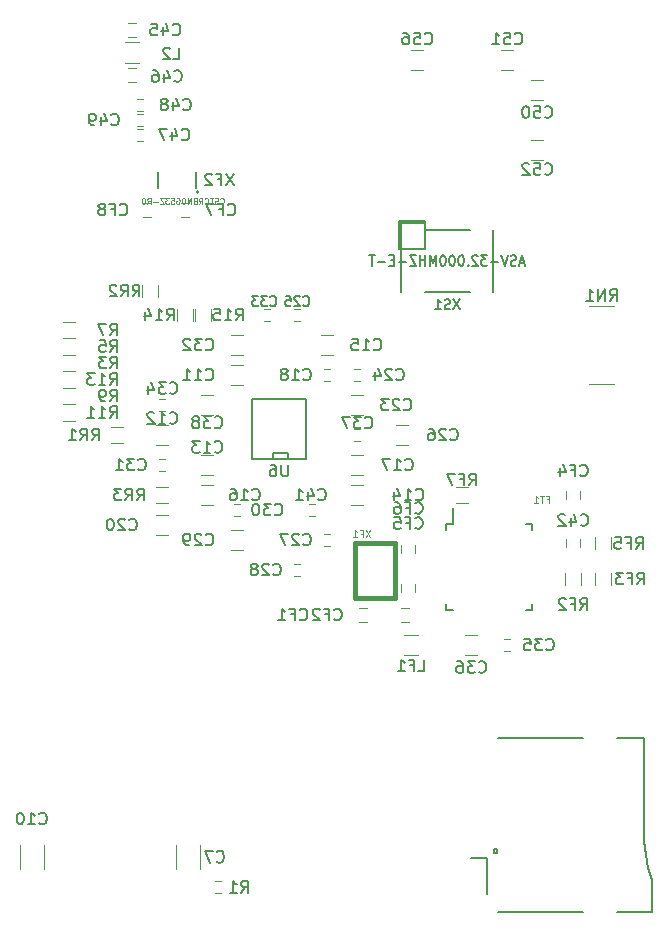
<source format=gbo>
G04 #@! TF.FileFunction,Legend,Bot*
%FSLAX46Y46*%
G04 Gerber Fmt 4.6, Leading zero omitted, Abs format (unit mm)*
G04 Created by KiCad (PCBNEW 4.0.0-rc1-stable) date 29/09/2017 04:45:12 p.m.*
%MOMM*%
G01*
G04 APERTURE LIST*
%ADD10C,0.100000*%
%ADD11C,0.120000*%
%ADD12C,0.150000*%
%ADD13C,0.381000*%
%ADD14C,0.203200*%
%ADD15C,0.127000*%
%ADD16C,0.050000*%
G04 APERTURE END LIST*
D10*
D11*
X124211000Y-89360000D02*
X124211000Y-88360000D01*
X122851000Y-88360000D02*
X122851000Y-89360000D01*
X145369060Y-101902580D02*
X144369060Y-101902580D01*
X144369060Y-100202580D02*
X145369060Y-100202580D01*
X160710060Y-96702000D02*
X162810060Y-96702000D01*
X160710060Y-90162000D02*
X162810060Y-90162000D01*
D12*
X148610060Y-108603580D02*
X149135060Y-108603580D01*
X148610060Y-115853580D02*
X149135060Y-115853580D01*
X155860060Y-115853580D02*
X155335060Y-115853580D01*
X155860060Y-108603580D02*
X155335060Y-108603580D01*
X148610060Y-108603580D02*
X148610060Y-109128580D01*
X155860060Y-108603580D02*
X155860060Y-109128580D01*
X155860060Y-115853580D02*
X155860060Y-115328580D01*
X148610060Y-115853580D02*
X148610060Y-115328580D01*
X149135060Y-108603580D02*
X149135060Y-107228580D01*
D11*
X158667060Y-112744580D02*
X158667060Y-113744580D01*
X160027060Y-113744580D02*
X160027060Y-112744580D01*
X161207060Y-112744580D02*
X161207060Y-113744580D01*
X162567060Y-113744580D02*
X162567060Y-112744580D01*
X161207060Y-109696580D02*
X161207060Y-110696580D01*
X162567060Y-110696580D02*
X162567060Y-109696580D01*
X149449060Y-106812580D02*
X150449060Y-106812580D01*
X150449060Y-105452580D02*
X149449060Y-105452580D01*
X141215000Y-116892000D02*
X141915000Y-116892000D01*
X141915000Y-115692000D02*
X141215000Y-115692000D01*
X145473060Y-115692580D02*
X144773060Y-115692580D01*
X144773060Y-116892580D02*
X145473060Y-116892580D01*
X159947060Y-106482580D02*
X159947060Y-105782580D01*
X158747060Y-105782580D02*
X158747060Y-106482580D01*
X145977060Y-114356580D02*
X145977060Y-113656580D01*
X144777060Y-113656580D02*
X144777060Y-114356580D01*
X144777060Y-110354580D02*
X144777060Y-111054580D01*
X145977060Y-111054580D02*
X145977060Y-110354580D01*
X120239060Y-101732580D02*
X121239060Y-101732580D01*
X121239060Y-100372580D02*
X120239060Y-100372580D01*
D13*
X140983060Y-110182580D02*
X144183060Y-110182580D01*
X144183060Y-110182580D02*
X144283060Y-110182580D01*
X144283060Y-110182580D02*
X144283060Y-114882580D01*
X144283060Y-114882580D02*
X140883060Y-114882580D01*
X140883060Y-114882580D02*
X140883060Y-110182580D01*
D14*
X144678560Y-82919520D02*
X144678560Y-85319820D01*
X146779140Y-83021120D02*
X144579500Y-83021120D01*
X144579500Y-85319820D02*
X144579500Y-82919520D01*
X144579500Y-82919520D02*
X146779140Y-82919520D01*
X146779140Y-82919520D02*
X146779140Y-83120180D01*
X144780160Y-85319820D02*
X144579500Y-85319820D01*
X146779140Y-83719620D02*
X146779140Y-83120180D01*
X146779140Y-83120180D02*
X144780160Y-83120180D01*
X144780160Y-83120180D02*
X144780160Y-83719620D01*
X144780160Y-85319820D02*
X146779140Y-85319820D01*
X146779140Y-85319820D02*
X146779140Y-83719620D01*
X146779140Y-88921540D02*
X150578980Y-88921540D01*
X146779140Y-83719620D02*
X150578980Y-83719620D01*
X144780160Y-88921540D02*
X144780160Y-83719620D01*
X152577960Y-88921540D02*
X152577960Y-83719620D01*
D11*
X125716000Y-137798000D02*
X125716000Y-135798000D01*
X127756000Y-135798000D02*
X127756000Y-137798000D01*
X129026000Y-138808000D02*
X129526000Y-138808000D01*
X129526000Y-139868000D02*
X129026000Y-139868000D01*
X146229000Y-117952000D02*
X145029000Y-117952000D01*
X145029000Y-119712000D02*
X146229000Y-119712000D01*
X112508000Y-137798000D02*
X112508000Y-135798000D01*
X114548000Y-135798000D02*
X114548000Y-137798000D01*
D12*
X136741060Y-103084580D02*
X136741060Y-98004580D01*
X136741060Y-98004580D02*
X132169060Y-98004580D01*
X132169060Y-98004580D02*
X132169060Y-103084580D01*
X132169060Y-103084580D02*
X136741060Y-103084580D01*
X135217060Y-103084580D02*
X135217060Y-102576580D01*
X135217060Y-102576580D02*
X133947060Y-102576580D01*
X133947060Y-102576580D02*
X133947060Y-103084580D01*
D11*
X124049060Y-106812580D02*
X125049060Y-106812580D01*
X125049060Y-105452580D02*
X124049060Y-105452580D01*
X131399060Y-96822580D02*
X130399060Y-96822580D01*
X130399060Y-95122580D02*
X131399060Y-95122580D01*
X125049060Y-101902580D02*
X124049060Y-101902580D01*
X124049060Y-100202580D02*
X125049060Y-100202580D01*
X127859060Y-102742580D02*
X128859060Y-102742580D01*
X128859060Y-104442580D02*
X127859060Y-104442580D01*
X141559060Y-106982580D02*
X140559060Y-106982580D01*
X140559060Y-105282580D02*
X141559060Y-105282580D01*
X138019060Y-92582580D02*
X139019060Y-92582580D01*
X139019060Y-94282580D02*
X138019060Y-94282580D01*
X127859060Y-105282580D02*
X128859060Y-105282580D01*
X128859060Y-106982580D02*
X127859060Y-106982580D01*
X141559060Y-104442580D02*
X140559060Y-104442580D01*
X140559060Y-102742580D02*
X141559060Y-102742580D01*
X138269060Y-95502580D02*
X138769060Y-95502580D01*
X138769060Y-96442580D02*
X138269060Y-96442580D01*
X125049060Y-109522580D02*
X124049060Y-109522580D01*
X124049060Y-107822580D02*
X125049060Y-107822580D01*
X140559060Y-97662580D02*
X141559060Y-97662580D01*
X141559060Y-99362580D02*
X140559060Y-99362580D01*
X140809060Y-95502580D02*
X141309060Y-95502580D01*
X141309060Y-96442580D02*
X140809060Y-96442580D01*
X135729060Y-90422580D02*
X136229060Y-90422580D01*
X136229060Y-91362580D02*
X135729060Y-91362580D01*
X138269060Y-109472580D02*
X138769060Y-109472580D01*
X138769060Y-110412580D02*
X138269060Y-110412580D01*
X136229060Y-112952580D02*
X135729060Y-112952580D01*
X135729060Y-112012580D02*
X136229060Y-112012580D01*
X130399060Y-109092580D02*
X131399060Y-109092580D01*
X131399060Y-110792580D02*
X130399060Y-110792580D01*
X130649060Y-106932580D02*
X131149060Y-106932580D01*
X131149060Y-107872580D02*
X130649060Y-107872580D01*
X124799060Y-104062580D02*
X124299060Y-104062580D01*
X124299060Y-103122580D02*
X124799060Y-103122580D01*
X131399060Y-94282580D02*
X130399060Y-94282580D01*
X130399060Y-92582580D02*
X131399060Y-92582580D01*
X133689060Y-91362580D02*
X133189060Y-91362580D01*
X133189060Y-90422580D02*
X133689060Y-90422580D01*
X124799060Y-98982580D02*
X124299060Y-98982580D01*
X124299060Y-98042580D02*
X124799060Y-98042580D01*
X154009060Y-119302580D02*
X153509060Y-119302580D01*
X153509060Y-118362580D02*
X154009060Y-118362580D01*
X150211060Y-117982580D02*
X151211060Y-117982580D01*
X151211060Y-119682580D02*
X150211060Y-119682580D01*
X141309060Y-101522580D02*
X140809060Y-101522580D01*
X140809060Y-100582580D02*
X141309060Y-100582580D01*
X128859060Y-99362580D02*
X127859060Y-99362580D01*
X127859060Y-97662580D02*
X128859060Y-97662580D01*
X136999060Y-106932580D02*
X137499060Y-106932580D01*
X137499060Y-107872580D02*
X136999060Y-107872580D01*
X159947060Y-110546580D02*
X159947060Y-109846580D01*
X158747060Y-109846580D02*
X158747060Y-110546580D01*
X121659060Y-67362580D02*
X122359060Y-67362580D01*
X122359060Y-66162580D02*
X121659060Y-66162580D01*
X121659060Y-71172580D02*
X122359060Y-71172580D01*
X122359060Y-69972580D02*
X121659060Y-69972580D01*
X122394060Y-75182580D02*
X122894060Y-75182580D01*
X122894060Y-76122580D02*
X122394060Y-76122580D01*
X122394060Y-72642580D02*
X122894060Y-72642580D01*
X122894060Y-73582580D02*
X122394060Y-73582580D01*
X126104060Y-82602580D02*
X126804060Y-82602580D01*
X126804060Y-81402580D02*
X126104060Y-81402580D01*
X123629060Y-81402580D02*
X122929060Y-81402580D01*
X122929060Y-82602580D02*
X123629060Y-82602580D01*
X122609060Y-67787580D02*
X121409060Y-67787580D01*
X121409060Y-69547580D02*
X122609060Y-69547580D01*
D15*
X124219060Y-78812580D02*
X124219060Y-80112580D01*
X127419060Y-80112580D02*
X127419060Y-78812580D01*
D10*
X127646060Y-80462580D02*
G75*
G03X127646060Y-80462580I-127000J0D01*
G01*
D11*
X122394060Y-73912000D02*
X122894060Y-73912000D01*
X122894060Y-74852000D02*
X122394060Y-74852000D01*
X116173000Y-95636000D02*
X117173000Y-95636000D01*
X117173000Y-94276000D02*
X116173000Y-94276000D01*
X116173000Y-94239000D02*
X117173000Y-94239000D01*
X117173000Y-92879000D02*
X116173000Y-92879000D01*
X116173000Y-92842000D02*
X117173000Y-92842000D01*
X117173000Y-91482000D02*
X116173000Y-91482000D01*
X116173000Y-98430000D02*
X117173000Y-98430000D01*
X117173000Y-97070000D02*
X116173000Y-97070000D01*
X116173000Y-99827000D02*
X117173000Y-99827000D01*
X117173000Y-98467000D02*
X116173000Y-98467000D01*
X116173000Y-97033000D02*
X117173000Y-97033000D01*
X117173000Y-95673000D02*
X116173000Y-95673000D01*
D12*
X165312000Y-126722000D02*
X165312000Y-134072000D01*
X165312000Y-134072000D02*
X165362000Y-135422000D01*
X165362000Y-135422000D02*
X165512000Y-136572000D01*
X165512000Y-136572000D02*
X165712000Y-137672000D01*
X165712000Y-137672000D02*
X166012000Y-138722000D01*
X152012000Y-136872000D02*
X150712000Y-136872000D01*
X160212000Y-126722000D02*
X153012000Y-126722000D01*
X163012000Y-126722000D02*
X165312000Y-126722000D01*
X166012000Y-138722000D02*
X166012000Y-141422000D01*
X166012000Y-141422000D02*
X163012000Y-141422000D01*
X153012000Y-141422000D02*
X160212000Y-141422000D01*
X152612000Y-136422000D02*
X152612000Y-136122000D01*
X152612000Y-136122000D02*
X152912000Y-136122000D01*
X152912000Y-136122000D02*
X152912000Y-136422000D01*
X152912000Y-136422000D02*
X152612000Y-136422000D01*
X152012000Y-136872000D02*
X152012000Y-139872000D01*
D11*
X156799060Y-72692580D02*
X155799060Y-72692580D01*
X155799060Y-70992580D02*
X156799060Y-70992580D01*
X154259060Y-70152580D02*
X153259060Y-70152580D01*
X153259060Y-68452580D02*
X154259060Y-68452580D01*
X156799060Y-77772580D02*
X155799060Y-77772580D01*
X155799060Y-76072580D02*
X156799060Y-76072580D01*
X145639060Y-68452580D02*
X146639060Y-68452580D01*
X146639060Y-70152580D02*
X145639060Y-70152580D01*
X127132000Y-91392000D02*
X127132000Y-90392000D01*
X125772000Y-90392000D02*
X125772000Y-91392000D01*
X127296000Y-90392000D02*
X127296000Y-91392000D01*
X128656000Y-91392000D02*
X128656000Y-90392000D01*
D12*
X122038666Y-89312381D02*
X122372000Y-88836190D01*
X122610095Y-89312381D02*
X122610095Y-88312381D01*
X122229142Y-88312381D01*
X122133904Y-88360000D01*
X122086285Y-88407619D01*
X122038666Y-88502857D01*
X122038666Y-88645714D01*
X122086285Y-88740952D01*
X122133904Y-88788571D01*
X122229142Y-88836190D01*
X122610095Y-88836190D01*
X121038666Y-89312381D02*
X121372000Y-88836190D01*
X121610095Y-89312381D02*
X121610095Y-88312381D01*
X121229142Y-88312381D01*
X121133904Y-88360000D01*
X121086285Y-88407619D01*
X121038666Y-88502857D01*
X121038666Y-88645714D01*
X121086285Y-88740952D01*
X121133904Y-88788571D01*
X121229142Y-88836190D01*
X121610095Y-88836190D01*
X120657714Y-88407619D02*
X120610095Y-88360000D01*
X120514857Y-88312381D01*
X120276761Y-88312381D01*
X120181523Y-88360000D01*
X120133904Y-88407619D01*
X120086285Y-88502857D01*
X120086285Y-88598095D01*
X120133904Y-88740952D01*
X120705333Y-89312381D01*
X120086285Y-89312381D01*
X148938857Y-101409143D02*
X148986476Y-101456762D01*
X149129333Y-101504381D01*
X149224571Y-101504381D01*
X149367429Y-101456762D01*
X149462667Y-101361524D01*
X149510286Y-101266286D01*
X149557905Y-101075810D01*
X149557905Y-100932952D01*
X149510286Y-100742476D01*
X149462667Y-100647238D01*
X149367429Y-100552000D01*
X149224571Y-100504381D01*
X149129333Y-100504381D01*
X148986476Y-100552000D01*
X148938857Y-100599619D01*
X148557905Y-100599619D02*
X148510286Y-100552000D01*
X148415048Y-100504381D01*
X148176952Y-100504381D01*
X148081714Y-100552000D01*
X148034095Y-100599619D01*
X147986476Y-100694857D01*
X147986476Y-100790095D01*
X148034095Y-100932952D01*
X148605524Y-101504381D01*
X147986476Y-101504381D01*
X147129333Y-100504381D02*
X147319810Y-100504381D01*
X147415048Y-100552000D01*
X147462667Y-100599619D01*
X147557905Y-100742476D01*
X147605524Y-100932952D01*
X147605524Y-101313905D01*
X147557905Y-101409143D01*
X147510286Y-101456762D01*
X147415048Y-101504381D01*
X147224571Y-101504381D01*
X147129333Y-101456762D01*
X147081714Y-101409143D01*
X147034095Y-101313905D01*
X147034095Y-101075810D01*
X147081714Y-100980571D01*
X147129333Y-100932952D01*
X147224571Y-100885333D01*
X147415048Y-100885333D01*
X147510286Y-100932952D01*
X147557905Y-100980571D01*
X147605524Y-101075810D01*
X162450536Y-89684381D02*
X162783870Y-89208190D01*
X163021965Y-89684381D02*
X163021965Y-88684381D01*
X162641012Y-88684381D01*
X162545774Y-88732000D01*
X162498155Y-88779619D01*
X162450536Y-88874857D01*
X162450536Y-89017714D01*
X162498155Y-89112952D01*
X162545774Y-89160571D01*
X162641012Y-89208190D01*
X163021965Y-89208190D01*
X162021965Y-89684381D02*
X162021965Y-88684381D01*
X161450536Y-89684381D01*
X161450536Y-88684381D01*
X160450536Y-89684381D02*
X161021965Y-89684381D01*
X160736251Y-89684381D02*
X160736251Y-88684381D01*
X160831489Y-88827238D01*
X160926727Y-88922476D01*
X161021965Y-88970095D01*
D11*
X157106572Y-106470143D02*
X157306572Y-106470143D01*
X157306572Y-106784429D02*
X157306572Y-106184429D01*
X157020858Y-106184429D01*
X156878000Y-106184429D02*
X156535143Y-106184429D01*
X156706572Y-106784429D02*
X156706572Y-106184429D01*
X156020857Y-106784429D02*
X156363714Y-106784429D01*
X156192286Y-106784429D02*
X156192286Y-106184429D01*
X156249429Y-106270143D01*
X156306571Y-106327286D01*
X156363714Y-106355857D01*
D12*
X159940238Y-115855381D02*
X160273572Y-115379190D01*
X160511667Y-115855381D02*
X160511667Y-114855381D01*
X160130714Y-114855381D01*
X160035476Y-114903000D01*
X159987857Y-114950619D01*
X159940238Y-115045857D01*
X159940238Y-115188714D01*
X159987857Y-115283952D01*
X160035476Y-115331571D01*
X160130714Y-115379190D01*
X160511667Y-115379190D01*
X159178333Y-115331571D02*
X159511667Y-115331571D01*
X159511667Y-115855381D02*
X159511667Y-114855381D01*
X159035476Y-114855381D01*
X158702143Y-114950619D02*
X158654524Y-114903000D01*
X158559286Y-114855381D01*
X158321190Y-114855381D01*
X158225952Y-114903000D01*
X158178333Y-114950619D01*
X158130714Y-115045857D01*
X158130714Y-115141095D01*
X158178333Y-115283952D01*
X158749762Y-115855381D01*
X158130714Y-115855381D01*
X164766238Y-113696381D02*
X165099572Y-113220190D01*
X165337667Y-113696381D02*
X165337667Y-112696381D01*
X164956714Y-112696381D01*
X164861476Y-112744000D01*
X164813857Y-112791619D01*
X164766238Y-112886857D01*
X164766238Y-113029714D01*
X164813857Y-113124952D01*
X164861476Y-113172571D01*
X164956714Y-113220190D01*
X165337667Y-113220190D01*
X164004333Y-113172571D02*
X164337667Y-113172571D01*
X164337667Y-113696381D02*
X164337667Y-112696381D01*
X163861476Y-112696381D01*
X163575762Y-112696381D02*
X162956714Y-112696381D01*
X163290048Y-113077333D01*
X163147190Y-113077333D01*
X163051952Y-113124952D01*
X163004333Y-113172571D01*
X162956714Y-113267810D01*
X162956714Y-113505905D01*
X163004333Y-113601143D01*
X163051952Y-113648762D01*
X163147190Y-113696381D01*
X163432905Y-113696381D01*
X163528143Y-113648762D01*
X163575762Y-113601143D01*
X164639238Y-110687061D02*
X164972572Y-110210870D01*
X165210667Y-110687061D02*
X165210667Y-109687061D01*
X164829714Y-109687061D01*
X164734476Y-109734680D01*
X164686857Y-109782299D01*
X164639238Y-109877537D01*
X164639238Y-110020394D01*
X164686857Y-110115632D01*
X164734476Y-110163251D01*
X164829714Y-110210870D01*
X165210667Y-110210870D01*
X163877333Y-110163251D02*
X164210667Y-110163251D01*
X164210667Y-110687061D02*
X164210667Y-109687061D01*
X163734476Y-109687061D01*
X162877333Y-109687061D02*
X163353524Y-109687061D01*
X163401143Y-110163251D01*
X163353524Y-110115632D01*
X163258286Y-110068013D01*
X163020190Y-110068013D01*
X162924952Y-110115632D01*
X162877333Y-110163251D01*
X162829714Y-110258490D01*
X162829714Y-110496585D01*
X162877333Y-110591823D01*
X162924952Y-110639442D01*
X163020190Y-110687061D01*
X163258286Y-110687061D01*
X163353524Y-110639442D01*
X163401143Y-110591823D01*
X150542238Y-105314381D02*
X150875572Y-104838190D01*
X151113667Y-105314381D02*
X151113667Y-104314381D01*
X150732714Y-104314381D01*
X150637476Y-104362000D01*
X150589857Y-104409619D01*
X150542238Y-104504857D01*
X150542238Y-104647714D01*
X150589857Y-104742952D01*
X150637476Y-104790571D01*
X150732714Y-104838190D01*
X151113667Y-104838190D01*
X149780333Y-104790571D02*
X150113667Y-104790571D01*
X150113667Y-105314381D02*
X150113667Y-104314381D01*
X149637476Y-104314381D01*
X149351762Y-104314381D02*
X148685095Y-104314381D01*
X149113667Y-105314381D01*
X136191238Y-116649143D02*
X136238857Y-116696762D01*
X136381714Y-116744381D01*
X136476952Y-116744381D01*
X136619810Y-116696762D01*
X136715048Y-116601524D01*
X136762667Y-116506286D01*
X136810286Y-116315810D01*
X136810286Y-116172952D01*
X136762667Y-115982476D01*
X136715048Y-115887238D01*
X136619810Y-115792000D01*
X136476952Y-115744381D01*
X136381714Y-115744381D01*
X136238857Y-115792000D01*
X136191238Y-115839619D01*
X135429333Y-116220571D02*
X135762667Y-116220571D01*
X135762667Y-116744381D02*
X135762667Y-115744381D01*
X135286476Y-115744381D01*
X134381714Y-116744381D02*
X134953143Y-116744381D01*
X134667429Y-116744381D02*
X134667429Y-115744381D01*
X134762667Y-115887238D01*
X134857905Y-115982476D01*
X134953143Y-116030095D01*
X139112238Y-116649143D02*
X139159857Y-116696762D01*
X139302714Y-116744381D01*
X139397952Y-116744381D01*
X139540810Y-116696762D01*
X139636048Y-116601524D01*
X139683667Y-116506286D01*
X139731286Y-116315810D01*
X139731286Y-116172952D01*
X139683667Y-115982476D01*
X139636048Y-115887238D01*
X139540810Y-115792000D01*
X139397952Y-115744381D01*
X139302714Y-115744381D01*
X139159857Y-115792000D01*
X139112238Y-115839619D01*
X138350333Y-116220571D02*
X138683667Y-116220571D01*
X138683667Y-116744381D02*
X138683667Y-115744381D01*
X138207476Y-115744381D01*
X137874143Y-115839619D02*
X137826524Y-115792000D01*
X137731286Y-115744381D01*
X137493190Y-115744381D01*
X137397952Y-115792000D01*
X137350333Y-115839619D01*
X137302714Y-115934857D01*
X137302714Y-116030095D01*
X137350333Y-116172952D01*
X137921762Y-116744381D01*
X137302714Y-116744381D01*
X159940238Y-104457143D02*
X159987857Y-104504762D01*
X160130714Y-104552381D01*
X160225952Y-104552381D01*
X160368810Y-104504762D01*
X160464048Y-104409524D01*
X160511667Y-104314286D01*
X160559286Y-104123810D01*
X160559286Y-103980952D01*
X160511667Y-103790476D01*
X160464048Y-103695238D01*
X160368810Y-103600000D01*
X160225952Y-103552381D01*
X160130714Y-103552381D01*
X159987857Y-103600000D01*
X159940238Y-103647619D01*
X159178333Y-104028571D02*
X159511667Y-104028571D01*
X159511667Y-104552381D02*
X159511667Y-103552381D01*
X159035476Y-103552381D01*
X158225952Y-103885714D02*
X158225952Y-104552381D01*
X158464048Y-103504762D02*
X158702143Y-104219048D01*
X158083095Y-104219048D01*
X145970238Y-108902143D02*
X146017857Y-108949762D01*
X146160714Y-108997381D01*
X146255952Y-108997381D01*
X146398810Y-108949762D01*
X146494048Y-108854524D01*
X146541667Y-108759286D01*
X146589286Y-108568810D01*
X146589286Y-108425952D01*
X146541667Y-108235476D01*
X146494048Y-108140238D01*
X146398810Y-108045000D01*
X146255952Y-107997381D01*
X146160714Y-107997381D01*
X146017857Y-108045000D01*
X145970238Y-108092619D01*
X145208333Y-108473571D02*
X145541667Y-108473571D01*
X145541667Y-108997381D02*
X145541667Y-107997381D01*
X145065476Y-107997381D01*
X144208333Y-107997381D02*
X144684524Y-107997381D01*
X144732143Y-108473571D01*
X144684524Y-108425952D01*
X144589286Y-108378333D01*
X144351190Y-108378333D01*
X144255952Y-108425952D01*
X144208333Y-108473571D01*
X144160714Y-108568810D01*
X144160714Y-108806905D01*
X144208333Y-108902143D01*
X144255952Y-108949762D01*
X144351190Y-108997381D01*
X144589286Y-108997381D01*
X144684524Y-108949762D01*
X144732143Y-108902143D01*
X145970238Y-107632143D02*
X146017857Y-107679762D01*
X146160714Y-107727381D01*
X146255952Y-107727381D01*
X146398810Y-107679762D01*
X146494048Y-107584524D01*
X146541667Y-107489286D01*
X146589286Y-107298810D01*
X146589286Y-107155952D01*
X146541667Y-106965476D01*
X146494048Y-106870238D01*
X146398810Y-106775000D01*
X146255952Y-106727381D01*
X146160714Y-106727381D01*
X146017857Y-106775000D01*
X145970238Y-106822619D01*
X145208333Y-107203571D02*
X145541667Y-107203571D01*
X145541667Y-107727381D02*
X145541667Y-106727381D01*
X145065476Y-106727381D01*
X144255952Y-106727381D02*
X144446429Y-106727381D01*
X144541667Y-106775000D01*
X144589286Y-106822619D01*
X144684524Y-106965476D01*
X144732143Y-107155952D01*
X144732143Y-107536905D01*
X144684524Y-107632143D01*
X144636905Y-107679762D01*
X144541667Y-107727381D01*
X144351190Y-107727381D01*
X144255952Y-107679762D01*
X144208333Y-107632143D01*
X144160714Y-107536905D01*
X144160714Y-107298810D01*
X144208333Y-107203571D01*
X144255952Y-107155952D01*
X144351190Y-107108333D01*
X144541667Y-107108333D01*
X144636905Y-107155952D01*
X144684524Y-107203571D01*
X144732143Y-107298810D01*
X118609666Y-101504381D02*
X118943000Y-101028190D01*
X119181095Y-101504381D02*
X119181095Y-100504381D01*
X118800142Y-100504381D01*
X118704904Y-100552000D01*
X118657285Y-100599619D01*
X118609666Y-100694857D01*
X118609666Y-100837714D01*
X118657285Y-100932952D01*
X118704904Y-100980571D01*
X118800142Y-101028190D01*
X119181095Y-101028190D01*
X117609666Y-101504381D02*
X117943000Y-101028190D01*
X118181095Y-101504381D02*
X118181095Y-100504381D01*
X117800142Y-100504381D01*
X117704904Y-100552000D01*
X117657285Y-100599619D01*
X117609666Y-100694857D01*
X117609666Y-100837714D01*
X117657285Y-100932952D01*
X117704904Y-100980571D01*
X117800142Y-101028190D01*
X118181095Y-101028190D01*
X116657285Y-101504381D02*
X117228714Y-101504381D01*
X116943000Y-101504381D02*
X116943000Y-100504381D01*
X117038238Y-100647238D01*
X117133476Y-100742476D01*
X117228714Y-100790095D01*
D11*
X142180858Y-109105429D02*
X141780858Y-109705429D01*
X141780858Y-109105429D02*
X142180858Y-109705429D01*
X141352286Y-109391143D02*
X141552286Y-109391143D01*
X141552286Y-109705429D02*
X141552286Y-109105429D01*
X141266572Y-109105429D01*
X140723714Y-109705429D02*
X141066571Y-109705429D01*
X140895143Y-109705429D02*
X140895143Y-109105429D01*
X140952286Y-109191143D01*
X141009428Y-109248286D01*
X141066571Y-109276857D01*
D14*
X149724088Y-89548436D02*
X149182221Y-90412036D01*
X149182221Y-89548436D02*
X149724088Y-90412036D01*
X148911288Y-90370912D02*
X148795174Y-90412036D01*
X148601650Y-90412036D01*
X148524240Y-90370912D01*
X148485536Y-90329789D01*
X148446831Y-90247541D01*
X148446831Y-90165293D01*
X148485536Y-90083046D01*
X148524240Y-90041922D01*
X148601650Y-90000798D01*
X148756469Y-89959674D01*
X148833878Y-89918550D01*
X148872583Y-89877427D01*
X148911288Y-89795179D01*
X148911288Y-89712931D01*
X148872583Y-89630684D01*
X148833878Y-89589560D01*
X148756469Y-89548436D01*
X148562945Y-89548436D01*
X148446831Y-89589560D01*
X147672736Y-90412036D02*
X148137193Y-90412036D01*
X147904964Y-90412036D02*
X147904964Y-89548436D01*
X147982374Y-89671808D01*
X148059783Y-89754055D01*
X148137193Y-89795179D01*
X155200812Y-86464513D02*
X154813764Y-86464513D01*
X155278221Y-86711256D02*
X155007288Y-85847656D01*
X154736355Y-86711256D01*
X154504126Y-86670132D02*
X154388012Y-86711256D01*
X154194488Y-86711256D01*
X154117078Y-86670132D01*
X154078374Y-86629009D01*
X154039669Y-86546761D01*
X154039669Y-86464513D01*
X154078374Y-86382266D01*
X154117078Y-86341142D01*
X154194488Y-86300018D01*
X154349307Y-86258894D01*
X154426716Y-86217770D01*
X154465421Y-86176647D01*
X154504126Y-86094399D01*
X154504126Y-86012151D01*
X154465421Y-85929904D01*
X154426716Y-85888780D01*
X154349307Y-85847656D01*
X154155783Y-85847656D01*
X154039669Y-85888780D01*
X153807440Y-85847656D02*
X153536507Y-86711256D01*
X153265574Y-85847656D01*
X152994640Y-86382266D02*
X152375364Y-86382266D01*
X152065726Y-85847656D02*
X151562564Y-85847656D01*
X151833497Y-86176647D01*
X151717383Y-86176647D01*
X151639973Y-86217770D01*
X151601269Y-86258894D01*
X151562564Y-86341142D01*
X151562564Y-86546761D01*
X151601269Y-86629009D01*
X151639973Y-86670132D01*
X151717383Y-86711256D01*
X151949611Y-86711256D01*
X152027021Y-86670132D01*
X152065726Y-86629009D01*
X151252926Y-85929904D02*
X151214221Y-85888780D01*
X151136812Y-85847656D01*
X150943288Y-85847656D01*
X150865878Y-85888780D01*
X150827174Y-85929904D01*
X150788469Y-86012151D01*
X150788469Y-86094399D01*
X150827174Y-86217770D01*
X151291631Y-86711256D01*
X150788469Y-86711256D01*
X150440126Y-86629009D02*
X150401421Y-86670132D01*
X150440126Y-86711256D01*
X150478831Y-86670132D01*
X150440126Y-86629009D01*
X150440126Y-86711256D01*
X149898259Y-85847656D02*
X149820850Y-85847656D01*
X149743440Y-85888780D01*
X149704735Y-85929904D01*
X149666031Y-86012151D01*
X149627326Y-86176647D01*
X149627326Y-86382266D01*
X149666031Y-86546761D01*
X149704735Y-86629009D01*
X149743440Y-86670132D01*
X149820850Y-86711256D01*
X149898259Y-86711256D01*
X149975669Y-86670132D01*
X150014373Y-86629009D01*
X150053078Y-86546761D01*
X150091783Y-86382266D01*
X150091783Y-86176647D01*
X150053078Y-86012151D01*
X150014373Y-85929904D01*
X149975669Y-85888780D01*
X149898259Y-85847656D01*
X149124164Y-85847656D02*
X149046755Y-85847656D01*
X148969345Y-85888780D01*
X148930640Y-85929904D01*
X148891936Y-86012151D01*
X148853231Y-86176647D01*
X148853231Y-86382266D01*
X148891936Y-86546761D01*
X148930640Y-86629009D01*
X148969345Y-86670132D01*
X149046755Y-86711256D01*
X149124164Y-86711256D01*
X149201574Y-86670132D01*
X149240278Y-86629009D01*
X149278983Y-86546761D01*
X149317688Y-86382266D01*
X149317688Y-86176647D01*
X149278983Y-86012151D01*
X149240278Y-85929904D01*
X149201574Y-85888780D01*
X149124164Y-85847656D01*
X148350069Y-85847656D02*
X148272660Y-85847656D01*
X148195250Y-85888780D01*
X148156545Y-85929904D01*
X148117841Y-86012151D01*
X148079136Y-86176647D01*
X148079136Y-86382266D01*
X148117841Y-86546761D01*
X148156545Y-86629009D01*
X148195250Y-86670132D01*
X148272660Y-86711256D01*
X148350069Y-86711256D01*
X148427479Y-86670132D01*
X148466183Y-86629009D01*
X148504888Y-86546761D01*
X148543593Y-86382266D01*
X148543593Y-86176647D01*
X148504888Y-86012151D01*
X148466183Y-85929904D01*
X148427479Y-85888780D01*
X148350069Y-85847656D01*
X147730793Y-86711256D02*
X147730793Y-85847656D01*
X147459860Y-86464513D01*
X147188927Y-85847656D01*
X147188927Y-86711256D01*
X146801879Y-86711256D02*
X146801879Y-85847656D01*
X146801879Y-86258894D02*
X146337422Y-86258894D01*
X146337422Y-86711256D02*
X146337422Y-85847656D01*
X146027784Y-85847656D02*
X145485917Y-85847656D01*
X146027784Y-86711256D01*
X145485917Y-86711256D01*
X145176279Y-86382266D02*
X144557003Y-86382266D01*
X144169955Y-86258894D02*
X143899022Y-86258894D01*
X143782908Y-86711256D02*
X144169955Y-86711256D01*
X144169955Y-85847656D01*
X143782908Y-85847656D01*
X143434565Y-86382266D02*
X142815289Y-86382266D01*
X142544355Y-85847656D02*
X142079898Y-85847656D01*
X142312127Y-86711256D02*
X142312127Y-85847656D01*
D12*
X129158666Y-137155143D02*
X129206285Y-137202762D01*
X129349142Y-137250381D01*
X129444380Y-137250381D01*
X129587238Y-137202762D01*
X129682476Y-137107524D01*
X129730095Y-137012286D01*
X129777714Y-136821810D01*
X129777714Y-136678952D01*
X129730095Y-136488476D01*
X129682476Y-136393238D01*
X129587238Y-136298000D01*
X129444380Y-136250381D01*
X129349142Y-136250381D01*
X129206285Y-136298000D01*
X129158666Y-136345619D01*
X128825333Y-136250381D02*
X128158666Y-136250381D01*
X128587238Y-137250381D01*
X131220666Y-139790381D02*
X131554000Y-139314190D01*
X131792095Y-139790381D02*
X131792095Y-138790381D01*
X131411142Y-138790381D01*
X131315904Y-138838000D01*
X131268285Y-138885619D01*
X131220666Y-138980857D01*
X131220666Y-139123714D01*
X131268285Y-139218952D01*
X131315904Y-139266571D01*
X131411142Y-139314190D01*
X131792095Y-139314190D01*
X130268285Y-139790381D02*
X130839714Y-139790381D01*
X130554000Y-139790381D02*
X130554000Y-138790381D01*
X130649238Y-138933238D01*
X130744476Y-139028476D01*
X130839714Y-139076095D01*
X146224238Y-121062381D02*
X146700429Y-121062381D01*
X146700429Y-120062381D01*
X145557571Y-120538571D02*
X145890905Y-120538571D01*
X145890905Y-121062381D02*
X145890905Y-120062381D01*
X145414714Y-120062381D01*
X144509952Y-121062381D02*
X145081381Y-121062381D01*
X144795667Y-121062381D02*
X144795667Y-120062381D01*
X144890905Y-120205238D01*
X144986143Y-120300476D01*
X145081381Y-120348095D01*
X114140857Y-133921143D02*
X114188476Y-133968762D01*
X114331333Y-134016381D01*
X114426571Y-134016381D01*
X114569429Y-133968762D01*
X114664667Y-133873524D01*
X114712286Y-133778286D01*
X114759905Y-133587810D01*
X114759905Y-133444952D01*
X114712286Y-133254476D01*
X114664667Y-133159238D01*
X114569429Y-133064000D01*
X114426571Y-133016381D01*
X114331333Y-133016381D01*
X114188476Y-133064000D01*
X114140857Y-133111619D01*
X113188476Y-134016381D02*
X113759905Y-134016381D01*
X113474191Y-134016381D02*
X113474191Y-133016381D01*
X113569429Y-133159238D01*
X113664667Y-133254476D01*
X113759905Y-133302095D01*
X112569429Y-133016381D02*
X112474190Y-133016381D01*
X112378952Y-133064000D01*
X112331333Y-133111619D01*
X112283714Y-133206857D01*
X112236095Y-133397333D01*
X112236095Y-133635429D01*
X112283714Y-133825905D01*
X112331333Y-133921143D01*
X112378952Y-133968762D01*
X112474190Y-134016381D01*
X112569429Y-134016381D01*
X112664667Y-133968762D01*
X112712286Y-133921143D01*
X112759905Y-133825905D01*
X112807524Y-133635429D01*
X112807524Y-133397333D01*
X112759905Y-133206857D01*
X112712286Y-133111619D01*
X112664667Y-133064000D01*
X112569429Y-133016381D01*
X135214905Y-103552381D02*
X135214905Y-104361905D01*
X135167286Y-104457143D01*
X135119667Y-104504762D01*
X135024429Y-104552381D01*
X134833952Y-104552381D01*
X134738714Y-104504762D01*
X134691095Y-104457143D01*
X134643476Y-104361905D01*
X134643476Y-103552381D01*
X133738714Y-103552381D02*
X133929191Y-103552381D01*
X134024429Y-103600000D01*
X134072048Y-103647619D01*
X134167286Y-103790476D01*
X134214905Y-103980952D01*
X134214905Y-104361905D01*
X134167286Y-104457143D01*
X134119667Y-104504762D01*
X134024429Y-104552381D01*
X133833952Y-104552381D01*
X133738714Y-104504762D01*
X133691095Y-104457143D01*
X133643476Y-104361905D01*
X133643476Y-104123810D01*
X133691095Y-104028571D01*
X133738714Y-103980952D01*
X133833952Y-103933333D01*
X134024429Y-103933333D01*
X134119667Y-103980952D01*
X134167286Y-104028571D01*
X134214905Y-104123810D01*
X122419666Y-106584381D02*
X122753000Y-106108190D01*
X122991095Y-106584381D02*
X122991095Y-105584381D01*
X122610142Y-105584381D01*
X122514904Y-105632000D01*
X122467285Y-105679619D01*
X122419666Y-105774857D01*
X122419666Y-105917714D01*
X122467285Y-106012952D01*
X122514904Y-106060571D01*
X122610142Y-106108190D01*
X122991095Y-106108190D01*
X121419666Y-106584381D02*
X121753000Y-106108190D01*
X121991095Y-106584381D02*
X121991095Y-105584381D01*
X121610142Y-105584381D01*
X121514904Y-105632000D01*
X121467285Y-105679619D01*
X121419666Y-105774857D01*
X121419666Y-105917714D01*
X121467285Y-106012952D01*
X121514904Y-106060571D01*
X121610142Y-106108190D01*
X121991095Y-106108190D01*
X121086333Y-105584381D02*
X120467285Y-105584381D01*
X120800619Y-105965333D01*
X120657761Y-105965333D01*
X120562523Y-106012952D01*
X120514904Y-106060571D01*
X120467285Y-106155810D01*
X120467285Y-106393905D01*
X120514904Y-106489143D01*
X120562523Y-106536762D01*
X120657761Y-106584381D01*
X120943476Y-106584381D01*
X121038714Y-106536762D01*
X121086333Y-106489143D01*
X128237857Y-96329143D02*
X128285476Y-96376762D01*
X128428333Y-96424381D01*
X128523571Y-96424381D01*
X128666429Y-96376762D01*
X128761667Y-96281524D01*
X128809286Y-96186286D01*
X128856905Y-95995810D01*
X128856905Y-95852952D01*
X128809286Y-95662476D01*
X128761667Y-95567238D01*
X128666429Y-95472000D01*
X128523571Y-95424381D01*
X128428333Y-95424381D01*
X128285476Y-95472000D01*
X128237857Y-95519619D01*
X127285476Y-96424381D02*
X127856905Y-96424381D01*
X127571191Y-96424381D02*
X127571191Y-95424381D01*
X127666429Y-95567238D01*
X127761667Y-95662476D01*
X127856905Y-95710095D01*
X126333095Y-96424381D02*
X126904524Y-96424381D01*
X126618810Y-96424381D02*
X126618810Y-95424381D01*
X126714048Y-95567238D01*
X126809286Y-95662476D01*
X126904524Y-95710095D01*
X125191917Y-100012143D02*
X125239536Y-100059762D01*
X125382393Y-100107381D01*
X125477631Y-100107381D01*
X125620489Y-100059762D01*
X125715727Y-99964524D01*
X125763346Y-99869286D01*
X125810965Y-99678810D01*
X125810965Y-99535952D01*
X125763346Y-99345476D01*
X125715727Y-99250238D01*
X125620489Y-99155000D01*
X125477631Y-99107381D01*
X125382393Y-99107381D01*
X125239536Y-99155000D01*
X125191917Y-99202619D01*
X124239536Y-100107381D02*
X124810965Y-100107381D01*
X124525251Y-100107381D02*
X124525251Y-99107381D01*
X124620489Y-99250238D01*
X124715727Y-99345476D01*
X124810965Y-99393095D01*
X123858584Y-99202619D02*
X123810965Y-99155000D01*
X123715727Y-99107381D01*
X123477631Y-99107381D01*
X123382393Y-99155000D01*
X123334774Y-99202619D01*
X123287155Y-99297857D01*
X123287155Y-99393095D01*
X123334774Y-99535952D01*
X123906203Y-100107381D01*
X123287155Y-100107381D01*
X129001917Y-102449723D02*
X129049536Y-102497342D01*
X129192393Y-102544961D01*
X129287631Y-102544961D01*
X129430489Y-102497342D01*
X129525727Y-102402104D01*
X129573346Y-102306866D01*
X129620965Y-102116390D01*
X129620965Y-101973532D01*
X129573346Y-101783056D01*
X129525727Y-101687818D01*
X129430489Y-101592580D01*
X129287631Y-101544961D01*
X129192393Y-101544961D01*
X129049536Y-101592580D01*
X129001917Y-101640199D01*
X128049536Y-102544961D02*
X128620965Y-102544961D01*
X128335251Y-102544961D02*
X128335251Y-101544961D01*
X128430489Y-101687818D01*
X128525727Y-101783056D01*
X128620965Y-101830675D01*
X127716203Y-101544961D02*
X127097155Y-101544961D01*
X127430489Y-101925913D01*
X127287631Y-101925913D01*
X127192393Y-101973532D01*
X127144774Y-102021151D01*
X127097155Y-102116390D01*
X127097155Y-102354485D01*
X127144774Y-102449723D01*
X127192393Y-102497342D01*
X127287631Y-102544961D01*
X127573346Y-102544961D01*
X127668584Y-102497342D01*
X127716203Y-102449723D01*
X146017857Y-106489143D02*
X146065476Y-106536762D01*
X146208333Y-106584381D01*
X146303571Y-106584381D01*
X146446429Y-106536762D01*
X146541667Y-106441524D01*
X146589286Y-106346286D01*
X146636905Y-106155810D01*
X146636905Y-106012952D01*
X146589286Y-105822476D01*
X146541667Y-105727238D01*
X146446429Y-105632000D01*
X146303571Y-105584381D01*
X146208333Y-105584381D01*
X146065476Y-105632000D01*
X146017857Y-105679619D01*
X145065476Y-106584381D02*
X145636905Y-106584381D01*
X145351191Y-106584381D02*
X145351191Y-105584381D01*
X145446429Y-105727238D01*
X145541667Y-105822476D01*
X145636905Y-105870095D01*
X144208333Y-105917714D02*
X144208333Y-106584381D01*
X144446429Y-105536762D02*
X144684524Y-106251048D01*
X144065476Y-106251048D01*
X142461857Y-93789143D02*
X142509476Y-93836762D01*
X142652333Y-93884381D01*
X142747571Y-93884381D01*
X142890429Y-93836762D01*
X142985667Y-93741524D01*
X143033286Y-93646286D01*
X143080905Y-93455810D01*
X143080905Y-93312952D01*
X143033286Y-93122476D01*
X142985667Y-93027238D01*
X142890429Y-92932000D01*
X142747571Y-92884381D01*
X142652333Y-92884381D01*
X142509476Y-92932000D01*
X142461857Y-92979619D01*
X141509476Y-93884381D02*
X142080905Y-93884381D01*
X141795191Y-93884381D02*
X141795191Y-92884381D01*
X141890429Y-93027238D01*
X141985667Y-93122476D01*
X142080905Y-93170095D01*
X140604714Y-92884381D02*
X141080905Y-92884381D01*
X141128524Y-93360571D01*
X141080905Y-93312952D01*
X140985667Y-93265333D01*
X140747571Y-93265333D01*
X140652333Y-93312952D01*
X140604714Y-93360571D01*
X140557095Y-93455810D01*
X140557095Y-93693905D01*
X140604714Y-93789143D01*
X140652333Y-93836762D01*
X140747571Y-93884381D01*
X140985667Y-93884381D01*
X141080905Y-93836762D01*
X141128524Y-93789143D01*
X132174857Y-106489143D02*
X132222476Y-106536762D01*
X132365333Y-106584381D01*
X132460571Y-106584381D01*
X132603429Y-106536762D01*
X132698667Y-106441524D01*
X132746286Y-106346286D01*
X132793905Y-106155810D01*
X132793905Y-106012952D01*
X132746286Y-105822476D01*
X132698667Y-105727238D01*
X132603429Y-105632000D01*
X132460571Y-105584381D01*
X132365333Y-105584381D01*
X132222476Y-105632000D01*
X132174857Y-105679619D01*
X131222476Y-106584381D02*
X131793905Y-106584381D01*
X131508191Y-106584381D02*
X131508191Y-105584381D01*
X131603429Y-105727238D01*
X131698667Y-105822476D01*
X131793905Y-105870095D01*
X130365333Y-105584381D02*
X130555810Y-105584381D01*
X130651048Y-105632000D01*
X130698667Y-105679619D01*
X130793905Y-105822476D01*
X130841524Y-106012952D01*
X130841524Y-106393905D01*
X130793905Y-106489143D01*
X130746286Y-106536762D01*
X130651048Y-106584381D01*
X130460571Y-106584381D01*
X130365333Y-106536762D01*
X130317714Y-106489143D01*
X130270095Y-106393905D01*
X130270095Y-106155810D01*
X130317714Y-106060571D01*
X130365333Y-106012952D01*
X130460571Y-105965333D01*
X130651048Y-105965333D01*
X130746286Y-106012952D01*
X130793905Y-106060571D01*
X130841524Y-106155810D01*
X145128857Y-103949143D02*
X145176476Y-103996762D01*
X145319333Y-104044381D01*
X145414571Y-104044381D01*
X145557429Y-103996762D01*
X145652667Y-103901524D01*
X145700286Y-103806286D01*
X145747905Y-103615810D01*
X145747905Y-103472952D01*
X145700286Y-103282476D01*
X145652667Y-103187238D01*
X145557429Y-103092000D01*
X145414571Y-103044381D01*
X145319333Y-103044381D01*
X145176476Y-103092000D01*
X145128857Y-103139619D01*
X144176476Y-104044381D02*
X144747905Y-104044381D01*
X144462191Y-104044381D02*
X144462191Y-103044381D01*
X144557429Y-103187238D01*
X144652667Y-103282476D01*
X144747905Y-103330095D01*
X143843143Y-103044381D02*
X143176476Y-103044381D01*
X143605048Y-104044381D01*
X136492857Y-96329143D02*
X136540476Y-96376762D01*
X136683333Y-96424381D01*
X136778571Y-96424381D01*
X136921429Y-96376762D01*
X137016667Y-96281524D01*
X137064286Y-96186286D01*
X137111905Y-95995810D01*
X137111905Y-95852952D01*
X137064286Y-95662476D01*
X137016667Y-95567238D01*
X136921429Y-95472000D01*
X136778571Y-95424381D01*
X136683333Y-95424381D01*
X136540476Y-95472000D01*
X136492857Y-95519619D01*
X135540476Y-96424381D02*
X136111905Y-96424381D01*
X135826191Y-96424381D02*
X135826191Y-95424381D01*
X135921429Y-95567238D01*
X136016667Y-95662476D01*
X136111905Y-95710095D01*
X134969048Y-95852952D02*
X135064286Y-95805333D01*
X135111905Y-95757714D01*
X135159524Y-95662476D01*
X135159524Y-95614857D01*
X135111905Y-95519619D01*
X135064286Y-95472000D01*
X134969048Y-95424381D01*
X134778571Y-95424381D01*
X134683333Y-95472000D01*
X134635714Y-95519619D01*
X134588095Y-95614857D01*
X134588095Y-95662476D01*
X134635714Y-95757714D01*
X134683333Y-95805333D01*
X134778571Y-95852952D01*
X134969048Y-95852952D01*
X135064286Y-95900571D01*
X135111905Y-95948190D01*
X135159524Y-96043429D01*
X135159524Y-96233905D01*
X135111905Y-96329143D01*
X135064286Y-96376762D01*
X134969048Y-96424381D01*
X134778571Y-96424381D01*
X134683333Y-96376762D01*
X134635714Y-96329143D01*
X134588095Y-96233905D01*
X134588095Y-96043429D01*
X134635714Y-95948190D01*
X134683333Y-95900571D01*
X134778571Y-95852952D01*
X121760857Y-109029143D02*
X121808476Y-109076762D01*
X121951333Y-109124381D01*
X122046571Y-109124381D01*
X122189429Y-109076762D01*
X122284667Y-108981524D01*
X122332286Y-108886286D01*
X122379905Y-108695810D01*
X122379905Y-108552952D01*
X122332286Y-108362476D01*
X122284667Y-108267238D01*
X122189429Y-108172000D01*
X122046571Y-108124381D01*
X121951333Y-108124381D01*
X121808476Y-108172000D01*
X121760857Y-108219619D01*
X121379905Y-108219619D02*
X121332286Y-108172000D01*
X121237048Y-108124381D01*
X120998952Y-108124381D01*
X120903714Y-108172000D01*
X120856095Y-108219619D01*
X120808476Y-108314857D01*
X120808476Y-108410095D01*
X120856095Y-108552952D01*
X121427524Y-109124381D01*
X120808476Y-109124381D01*
X120189429Y-108124381D02*
X120094190Y-108124381D01*
X119998952Y-108172000D01*
X119951333Y-108219619D01*
X119903714Y-108314857D01*
X119856095Y-108505333D01*
X119856095Y-108743429D01*
X119903714Y-108933905D01*
X119951333Y-109029143D01*
X119998952Y-109076762D01*
X120094190Y-109124381D01*
X120189429Y-109124381D01*
X120284667Y-109076762D01*
X120332286Y-109029143D01*
X120379905Y-108933905D01*
X120427524Y-108743429D01*
X120427524Y-108505333D01*
X120379905Y-108314857D01*
X120332286Y-108219619D01*
X120284667Y-108172000D01*
X120189429Y-108124381D01*
X145001857Y-98869143D02*
X145049476Y-98916762D01*
X145192333Y-98964381D01*
X145287571Y-98964381D01*
X145430429Y-98916762D01*
X145525667Y-98821524D01*
X145573286Y-98726286D01*
X145620905Y-98535810D01*
X145620905Y-98392952D01*
X145573286Y-98202476D01*
X145525667Y-98107238D01*
X145430429Y-98012000D01*
X145287571Y-97964381D01*
X145192333Y-97964381D01*
X145049476Y-98012000D01*
X145001857Y-98059619D01*
X144620905Y-98059619D02*
X144573286Y-98012000D01*
X144478048Y-97964381D01*
X144239952Y-97964381D01*
X144144714Y-98012000D01*
X144097095Y-98059619D01*
X144049476Y-98154857D01*
X144049476Y-98250095D01*
X144097095Y-98392952D01*
X144668524Y-98964381D01*
X144049476Y-98964381D01*
X143716143Y-97964381D02*
X143097095Y-97964381D01*
X143430429Y-98345333D01*
X143287571Y-98345333D01*
X143192333Y-98392952D01*
X143144714Y-98440571D01*
X143097095Y-98535810D01*
X143097095Y-98773905D01*
X143144714Y-98869143D01*
X143192333Y-98916762D01*
X143287571Y-98964381D01*
X143573286Y-98964381D01*
X143668524Y-98916762D01*
X143716143Y-98869143D01*
X144366857Y-96329143D02*
X144414476Y-96376762D01*
X144557333Y-96424381D01*
X144652571Y-96424381D01*
X144795429Y-96376762D01*
X144890667Y-96281524D01*
X144938286Y-96186286D01*
X144985905Y-95995810D01*
X144985905Y-95852952D01*
X144938286Y-95662476D01*
X144890667Y-95567238D01*
X144795429Y-95472000D01*
X144652571Y-95424381D01*
X144557333Y-95424381D01*
X144414476Y-95472000D01*
X144366857Y-95519619D01*
X143985905Y-95519619D02*
X143938286Y-95472000D01*
X143843048Y-95424381D01*
X143604952Y-95424381D01*
X143509714Y-95472000D01*
X143462095Y-95519619D01*
X143414476Y-95614857D01*
X143414476Y-95710095D01*
X143462095Y-95852952D01*
X144033524Y-96424381D01*
X143414476Y-96424381D01*
X142557333Y-95757714D02*
X142557333Y-96424381D01*
X142795429Y-95376762D02*
X143033524Y-96091048D01*
X142414476Y-96091048D01*
D14*
X136499514Y-90057429D02*
X136538219Y-90098552D01*
X136654333Y-90139676D01*
X136731743Y-90139676D01*
X136847857Y-90098552D01*
X136925266Y-90016305D01*
X136963971Y-89934057D01*
X137002676Y-89769562D01*
X137002676Y-89646190D01*
X136963971Y-89481695D01*
X136925266Y-89399448D01*
X136847857Y-89317200D01*
X136731743Y-89276076D01*
X136654333Y-89276076D01*
X136538219Y-89317200D01*
X136499514Y-89358324D01*
X136189876Y-89358324D02*
X136151171Y-89317200D01*
X136073762Y-89276076D01*
X135880238Y-89276076D01*
X135802828Y-89317200D01*
X135764124Y-89358324D01*
X135725419Y-89440571D01*
X135725419Y-89522819D01*
X135764124Y-89646190D01*
X136228581Y-90139676D01*
X135725419Y-90139676D01*
X134990029Y-89276076D02*
X135377076Y-89276076D01*
X135415781Y-89687314D01*
X135377076Y-89646190D01*
X135299667Y-89605067D01*
X135106143Y-89605067D01*
X135028733Y-89646190D01*
X134990029Y-89687314D01*
X134951324Y-89769562D01*
X134951324Y-89975181D01*
X134990029Y-90057429D01*
X135028733Y-90098552D01*
X135106143Y-90139676D01*
X135299667Y-90139676D01*
X135377076Y-90098552D01*
X135415781Y-90057429D01*
D12*
X136492857Y-110299143D02*
X136540476Y-110346762D01*
X136683333Y-110394381D01*
X136778571Y-110394381D01*
X136921429Y-110346762D01*
X137016667Y-110251524D01*
X137064286Y-110156286D01*
X137111905Y-109965810D01*
X137111905Y-109822952D01*
X137064286Y-109632476D01*
X137016667Y-109537238D01*
X136921429Y-109442000D01*
X136778571Y-109394381D01*
X136683333Y-109394381D01*
X136540476Y-109442000D01*
X136492857Y-109489619D01*
X136111905Y-109489619D02*
X136064286Y-109442000D01*
X135969048Y-109394381D01*
X135730952Y-109394381D01*
X135635714Y-109442000D01*
X135588095Y-109489619D01*
X135540476Y-109584857D01*
X135540476Y-109680095D01*
X135588095Y-109822952D01*
X136159524Y-110394381D01*
X135540476Y-110394381D01*
X135207143Y-109394381D02*
X134540476Y-109394381D01*
X134969048Y-110394381D01*
X133952857Y-112839143D02*
X134000476Y-112886762D01*
X134143333Y-112934381D01*
X134238571Y-112934381D01*
X134381429Y-112886762D01*
X134476667Y-112791524D01*
X134524286Y-112696286D01*
X134571905Y-112505810D01*
X134571905Y-112362952D01*
X134524286Y-112172476D01*
X134476667Y-112077238D01*
X134381429Y-111982000D01*
X134238571Y-111934381D01*
X134143333Y-111934381D01*
X134000476Y-111982000D01*
X133952857Y-112029619D01*
X133571905Y-112029619D02*
X133524286Y-111982000D01*
X133429048Y-111934381D01*
X133190952Y-111934381D01*
X133095714Y-111982000D01*
X133048095Y-112029619D01*
X133000476Y-112124857D01*
X133000476Y-112220095D01*
X133048095Y-112362952D01*
X133619524Y-112934381D01*
X133000476Y-112934381D01*
X132429048Y-112362952D02*
X132524286Y-112315333D01*
X132571905Y-112267714D01*
X132619524Y-112172476D01*
X132619524Y-112124857D01*
X132571905Y-112029619D01*
X132524286Y-111982000D01*
X132429048Y-111934381D01*
X132238571Y-111934381D01*
X132143333Y-111982000D01*
X132095714Y-112029619D01*
X132048095Y-112124857D01*
X132048095Y-112172476D01*
X132095714Y-112267714D01*
X132143333Y-112315333D01*
X132238571Y-112362952D01*
X132429048Y-112362952D01*
X132524286Y-112410571D01*
X132571905Y-112458190D01*
X132619524Y-112553429D01*
X132619524Y-112743905D01*
X132571905Y-112839143D01*
X132524286Y-112886762D01*
X132429048Y-112934381D01*
X132238571Y-112934381D01*
X132143333Y-112886762D01*
X132095714Y-112839143D01*
X132048095Y-112743905D01*
X132048095Y-112553429D01*
X132095714Y-112458190D01*
X132143333Y-112410571D01*
X132238571Y-112362952D01*
X128237857Y-110299143D02*
X128285476Y-110346762D01*
X128428333Y-110394381D01*
X128523571Y-110394381D01*
X128666429Y-110346762D01*
X128761667Y-110251524D01*
X128809286Y-110156286D01*
X128856905Y-109965810D01*
X128856905Y-109822952D01*
X128809286Y-109632476D01*
X128761667Y-109537238D01*
X128666429Y-109442000D01*
X128523571Y-109394381D01*
X128428333Y-109394381D01*
X128285476Y-109442000D01*
X128237857Y-109489619D01*
X127856905Y-109489619D02*
X127809286Y-109442000D01*
X127714048Y-109394381D01*
X127475952Y-109394381D01*
X127380714Y-109442000D01*
X127333095Y-109489619D01*
X127285476Y-109584857D01*
X127285476Y-109680095D01*
X127333095Y-109822952D01*
X127904524Y-110394381D01*
X127285476Y-110394381D01*
X126809286Y-110394381D02*
X126618810Y-110394381D01*
X126523571Y-110346762D01*
X126475952Y-110299143D01*
X126380714Y-110156286D01*
X126333095Y-109965810D01*
X126333095Y-109584857D01*
X126380714Y-109489619D01*
X126428333Y-109442000D01*
X126523571Y-109394381D01*
X126714048Y-109394381D01*
X126809286Y-109442000D01*
X126856905Y-109489619D01*
X126904524Y-109584857D01*
X126904524Y-109822952D01*
X126856905Y-109918190D01*
X126809286Y-109965810D01*
X126714048Y-110013429D01*
X126523571Y-110013429D01*
X126428333Y-109965810D01*
X126380714Y-109918190D01*
X126333095Y-109822952D01*
X134079857Y-107759143D02*
X134127476Y-107806762D01*
X134270333Y-107854381D01*
X134365571Y-107854381D01*
X134508429Y-107806762D01*
X134603667Y-107711524D01*
X134651286Y-107616286D01*
X134698905Y-107425810D01*
X134698905Y-107282952D01*
X134651286Y-107092476D01*
X134603667Y-106997238D01*
X134508429Y-106902000D01*
X134365571Y-106854381D01*
X134270333Y-106854381D01*
X134127476Y-106902000D01*
X134079857Y-106949619D01*
X133746524Y-106854381D02*
X133127476Y-106854381D01*
X133460810Y-107235333D01*
X133317952Y-107235333D01*
X133222714Y-107282952D01*
X133175095Y-107330571D01*
X133127476Y-107425810D01*
X133127476Y-107663905D01*
X133175095Y-107759143D01*
X133222714Y-107806762D01*
X133317952Y-107854381D01*
X133603667Y-107854381D01*
X133698905Y-107806762D01*
X133746524Y-107759143D01*
X132508429Y-106854381D02*
X132413190Y-106854381D01*
X132317952Y-106902000D01*
X132270333Y-106949619D01*
X132222714Y-107044857D01*
X132175095Y-107235333D01*
X132175095Y-107473429D01*
X132222714Y-107663905D01*
X132270333Y-107759143D01*
X132317952Y-107806762D01*
X132413190Y-107854381D01*
X132508429Y-107854381D01*
X132603667Y-107806762D01*
X132651286Y-107759143D01*
X132698905Y-107663905D01*
X132746524Y-107473429D01*
X132746524Y-107235333D01*
X132698905Y-107044857D01*
X132651286Y-106949619D01*
X132603667Y-106902000D01*
X132508429Y-106854381D01*
X122522857Y-103949143D02*
X122570476Y-103996762D01*
X122713333Y-104044381D01*
X122808571Y-104044381D01*
X122951429Y-103996762D01*
X123046667Y-103901524D01*
X123094286Y-103806286D01*
X123141905Y-103615810D01*
X123141905Y-103472952D01*
X123094286Y-103282476D01*
X123046667Y-103187238D01*
X122951429Y-103092000D01*
X122808571Y-103044381D01*
X122713333Y-103044381D01*
X122570476Y-103092000D01*
X122522857Y-103139619D01*
X122189524Y-103044381D02*
X121570476Y-103044381D01*
X121903810Y-103425333D01*
X121760952Y-103425333D01*
X121665714Y-103472952D01*
X121618095Y-103520571D01*
X121570476Y-103615810D01*
X121570476Y-103853905D01*
X121618095Y-103949143D01*
X121665714Y-103996762D01*
X121760952Y-104044381D01*
X122046667Y-104044381D01*
X122141905Y-103996762D01*
X122189524Y-103949143D01*
X120618095Y-104044381D02*
X121189524Y-104044381D01*
X120903810Y-104044381D02*
X120903810Y-103044381D01*
X120999048Y-103187238D01*
X121094286Y-103282476D01*
X121189524Y-103330095D01*
X128237857Y-93789143D02*
X128285476Y-93836762D01*
X128428333Y-93884381D01*
X128523571Y-93884381D01*
X128666429Y-93836762D01*
X128761667Y-93741524D01*
X128809286Y-93646286D01*
X128856905Y-93455810D01*
X128856905Y-93312952D01*
X128809286Y-93122476D01*
X128761667Y-93027238D01*
X128666429Y-92932000D01*
X128523571Y-92884381D01*
X128428333Y-92884381D01*
X128285476Y-92932000D01*
X128237857Y-92979619D01*
X127904524Y-92884381D02*
X127285476Y-92884381D01*
X127618810Y-93265333D01*
X127475952Y-93265333D01*
X127380714Y-93312952D01*
X127333095Y-93360571D01*
X127285476Y-93455810D01*
X127285476Y-93693905D01*
X127333095Y-93789143D01*
X127380714Y-93836762D01*
X127475952Y-93884381D01*
X127761667Y-93884381D01*
X127856905Y-93836762D01*
X127904524Y-93789143D01*
X126904524Y-92979619D02*
X126856905Y-92932000D01*
X126761667Y-92884381D01*
X126523571Y-92884381D01*
X126428333Y-92932000D01*
X126380714Y-92979619D01*
X126333095Y-93074857D01*
X126333095Y-93170095D01*
X126380714Y-93312952D01*
X126952143Y-93884381D01*
X126333095Y-93884381D01*
D14*
X133705514Y-90057429D02*
X133744219Y-90098552D01*
X133860333Y-90139676D01*
X133937743Y-90139676D01*
X134053857Y-90098552D01*
X134131266Y-90016305D01*
X134169971Y-89934057D01*
X134208676Y-89769562D01*
X134208676Y-89646190D01*
X134169971Y-89481695D01*
X134131266Y-89399448D01*
X134053857Y-89317200D01*
X133937743Y-89276076D01*
X133860333Y-89276076D01*
X133744219Y-89317200D01*
X133705514Y-89358324D01*
X133434581Y-89276076D02*
X132931419Y-89276076D01*
X133202352Y-89605067D01*
X133086238Y-89605067D01*
X133008828Y-89646190D01*
X132970124Y-89687314D01*
X132931419Y-89769562D01*
X132931419Y-89975181D01*
X132970124Y-90057429D01*
X133008828Y-90098552D01*
X133086238Y-90139676D01*
X133318466Y-90139676D01*
X133395876Y-90098552D01*
X133434581Y-90057429D01*
X132660486Y-89276076D02*
X132157324Y-89276076D01*
X132428257Y-89605067D01*
X132312143Y-89605067D01*
X132234733Y-89646190D01*
X132196029Y-89687314D01*
X132157324Y-89769562D01*
X132157324Y-89975181D01*
X132196029Y-90057429D01*
X132234733Y-90098552D01*
X132312143Y-90139676D01*
X132544371Y-90139676D01*
X132621781Y-90098552D01*
X132660486Y-90057429D01*
D12*
X125189857Y-97472143D02*
X125237476Y-97519762D01*
X125380333Y-97567381D01*
X125475571Y-97567381D01*
X125618429Y-97519762D01*
X125713667Y-97424524D01*
X125761286Y-97329286D01*
X125808905Y-97138810D01*
X125808905Y-96995952D01*
X125761286Y-96805476D01*
X125713667Y-96710238D01*
X125618429Y-96615000D01*
X125475571Y-96567381D01*
X125380333Y-96567381D01*
X125237476Y-96615000D01*
X125189857Y-96662619D01*
X124856524Y-96567381D02*
X124237476Y-96567381D01*
X124570810Y-96948333D01*
X124427952Y-96948333D01*
X124332714Y-96995952D01*
X124285095Y-97043571D01*
X124237476Y-97138810D01*
X124237476Y-97376905D01*
X124285095Y-97472143D01*
X124332714Y-97519762D01*
X124427952Y-97567381D01*
X124713667Y-97567381D01*
X124808905Y-97519762D01*
X124856524Y-97472143D01*
X123380333Y-96900714D02*
X123380333Y-97567381D01*
X123618429Y-96519762D02*
X123856524Y-97234048D01*
X123237476Y-97234048D01*
X157066857Y-119189143D02*
X157114476Y-119236762D01*
X157257333Y-119284381D01*
X157352571Y-119284381D01*
X157495429Y-119236762D01*
X157590667Y-119141524D01*
X157638286Y-119046286D01*
X157685905Y-118855810D01*
X157685905Y-118712952D01*
X157638286Y-118522476D01*
X157590667Y-118427238D01*
X157495429Y-118332000D01*
X157352571Y-118284381D01*
X157257333Y-118284381D01*
X157114476Y-118332000D01*
X157066857Y-118379619D01*
X156733524Y-118284381D02*
X156114476Y-118284381D01*
X156447810Y-118665333D01*
X156304952Y-118665333D01*
X156209714Y-118712952D01*
X156162095Y-118760571D01*
X156114476Y-118855810D01*
X156114476Y-119093905D01*
X156162095Y-119189143D01*
X156209714Y-119236762D01*
X156304952Y-119284381D01*
X156590667Y-119284381D01*
X156685905Y-119236762D01*
X156733524Y-119189143D01*
X155209714Y-118284381D02*
X155685905Y-118284381D01*
X155733524Y-118760571D01*
X155685905Y-118712952D01*
X155590667Y-118665333D01*
X155352571Y-118665333D01*
X155257333Y-118712952D01*
X155209714Y-118760571D01*
X155162095Y-118855810D01*
X155162095Y-119093905D01*
X155209714Y-119189143D01*
X155257333Y-119236762D01*
X155352571Y-119284381D01*
X155590667Y-119284381D01*
X155685905Y-119236762D01*
X155733524Y-119189143D01*
X151351857Y-121094143D02*
X151399476Y-121141762D01*
X151542333Y-121189381D01*
X151637571Y-121189381D01*
X151780429Y-121141762D01*
X151875667Y-121046524D01*
X151923286Y-120951286D01*
X151970905Y-120760810D01*
X151970905Y-120617952D01*
X151923286Y-120427476D01*
X151875667Y-120332238D01*
X151780429Y-120237000D01*
X151637571Y-120189381D01*
X151542333Y-120189381D01*
X151399476Y-120237000D01*
X151351857Y-120284619D01*
X151018524Y-120189381D02*
X150399476Y-120189381D01*
X150732810Y-120570333D01*
X150589952Y-120570333D01*
X150494714Y-120617952D01*
X150447095Y-120665571D01*
X150399476Y-120760810D01*
X150399476Y-120998905D01*
X150447095Y-121094143D01*
X150494714Y-121141762D01*
X150589952Y-121189381D01*
X150875667Y-121189381D01*
X150970905Y-121141762D01*
X151018524Y-121094143D01*
X149542333Y-120189381D02*
X149732810Y-120189381D01*
X149828048Y-120237000D01*
X149875667Y-120284619D01*
X149970905Y-120427476D01*
X150018524Y-120617952D01*
X150018524Y-120998905D01*
X149970905Y-121094143D01*
X149923286Y-121141762D01*
X149828048Y-121189381D01*
X149637571Y-121189381D01*
X149542333Y-121141762D01*
X149494714Y-121094143D01*
X149447095Y-120998905D01*
X149447095Y-120760810D01*
X149494714Y-120665571D01*
X149542333Y-120617952D01*
X149637571Y-120570333D01*
X149828048Y-120570333D01*
X149923286Y-120617952D01*
X149970905Y-120665571D01*
X150018524Y-120760810D01*
X141699857Y-100393143D02*
X141747476Y-100440762D01*
X141890333Y-100488381D01*
X141985571Y-100488381D01*
X142128429Y-100440762D01*
X142223667Y-100345524D01*
X142271286Y-100250286D01*
X142318905Y-100059810D01*
X142318905Y-99916952D01*
X142271286Y-99726476D01*
X142223667Y-99631238D01*
X142128429Y-99536000D01*
X141985571Y-99488381D01*
X141890333Y-99488381D01*
X141747476Y-99536000D01*
X141699857Y-99583619D01*
X141366524Y-99488381D02*
X140747476Y-99488381D01*
X141080810Y-99869333D01*
X140937952Y-99869333D01*
X140842714Y-99916952D01*
X140795095Y-99964571D01*
X140747476Y-100059810D01*
X140747476Y-100297905D01*
X140795095Y-100393143D01*
X140842714Y-100440762D01*
X140937952Y-100488381D01*
X141223667Y-100488381D01*
X141318905Y-100440762D01*
X141366524Y-100393143D01*
X140414143Y-99488381D02*
X139747476Y-99488381D01*
X140176048Y-100488381D01*
X129001917Y-100369723D02*
X129049536Y-100417342D01*
X129192393Y-100464961D01*
X129287631Y-100464961D01*
X129430489Y-100417342D01*
X129525727Y-100322104D01*
X129573346Y-100226866D01*
X129620965Y-100036390D01*
X129620965Y-99893532D01*
X129573346Y-99703056D01*
X129525727Y-99607818D01*
X129430489Y-99512580D01*
X129287631Y-99464961D01*
X129192393Y-99464961D01*
X129049536Y-99512580D01*
X129001917Y-99560199D01*
X128668584Y-99464961D02*
X128049536Y-99464961D01*
X128382870Y-99845913D01*
X128240012Y-99845913D01*
X128144774Y-99893532D01*
X128097155Y-99941151D01*
X128049536Y-100036390D01*
X128049536Y-100274485D01*
X128097155Y-100369723D01*
X128144774Y-100417342D01*
X128240012Y-100464961D01*
X128525727Y-100464961D01*
X128620965Y-100417342D01*
X128668584Y-100369723D01*
X127478108Y-99893532D02*
X127573346Y-99845913D01*
X127620965Y-99798294D01*
X127668584Y-99703056D01*
X127668584Y-99655437D01*
X127620965Y-99560199D01*
X127573346Y-99512580D01*
X127478108Y-99464961D01*
X127287631Y-99464961D01*
X127192393Y-99512580D01*
X127144774Y-99560199D01*
X127097155Y-99655437D01*
X127097155Y-99703056D01*
X127144774Y-99798294D01*
X127192393Y-99845913D01*
X127287631Y-99893532D01*
X127478108Y-99893532D01*
X127573346Y-99941151D01*
X127620965Y-99988770D01*
X127668584Y-100084009D01*
X127668584Y-100274485D01*
X127620965Y-100369723D01*
X127573346Y-100417342D01*
X127478108Y-100464961D01*
X127287631Y-100464961D01*
X127192393Y-100417342D01*
X127144774Y-100369723D01*
X127097155Y-100274485D01*
X127097155Y-100084009D01*
X127144774Y-99988770D01*
X127192393Y-99941151D01*
X127287631Y-99893532D01*
X137762857Y-106489143D02*
X137810476Y-106536762D01*
X137953333Y-106584381D01*
X138048571Y-106584381D01*
X138191429Y-106536762D01*
X138286667Y-106441524D01*
X138334286Y-106346286D01*
X138381905Y-106155810D01*
X138381905Y-106012952D01*
X138334286Y-105822476D01*
X138286667Y-105727238D01*
X138191429Y-105632000D01*
X138048571Y-105584381D01*
X137953333Y-105584381D01*
X137810476Y-105632000D01*
X137762857Y-105679619D01*
X136905714Y-105917714D02*
X136905714Y-106584381D01*
X137143810Y-105536762D02*
X137381905Y-106251048D01*
X136762857Y-106251048D01*
X135858095Y-106584381D02*
X136429524Y-106584381D01*
X136143810Y-106584381D02*
X136143810Y-105584381D01*
X136239048Y-105727238D01*
X136334286Y-105822476D01*
X136429524Y-105870095D01*
X159987857Y-108648143D02*
X160035476Y-108695762D01*
X160178333Y-108743381D01*
X160273571Y-108743381D01*
X160416429Y-108695762D01*
X160511667Y-108600524D01*
X160559286Y-108505286D01*
X160606905Y-108314810D01*
X160606905Y-108171952D01*
X160559286Y-107981476D01*
X160511667Y-107886238D01*
X160416429Y-107791000D01*
X160273571Y-107743381D01*
X160178333Y-107743381D01*
X160035476Y-107791000D01*
X159987857Y-107838619D01*
X159130714Y-108076714D02*
X159130714Y-108743381D01*
X159368810Y-107695762D02*
X159606905Y-108410048D01*
X158987857Y-108410048D01*
X158654524Y-107838619D02*
X158606905Y-107791000D01*
X158511667Y-107743381D01*
X158273571Y-107743381D01*
X158178333Y-107791000D01*
X158130714Y-107838619D01*
X158083095Y-107933857D01*
X158083095Y-108029095D01*
X158130714Y-108171952D01*
X158702143Y-108743381D01*
X158083095Y-108743381D01*
X125443857Y-67119143D02*
X125491476Y-67166762D01*
X125634333Y-67214381D01*
X125729571Y-67214381D01*
X125872429Y-67166762D01*
X125967667Y-67071524D01*
X126015286Y-66976286D01*
X126062905Y-66785810D01*
X126062905Y-66642952D01*
X126015286Y-66452476D01*
X125967667Y-66357238D01*
X125872429Y-66262000D01*
X125729571Y-66214381D01*
X125634333Y-66214381D01*
X125491476Y-66262000D01*
X125443857Y-66309619D01*
X124586714Y-66547714D02*
X124586714Y-67214381D01*
X124824810Y-66166762D02*
X125062905Y-66881048D01*
X124443857Y-66881048D01*
X123586714Y-66214381D02*
X124062905Y-66214381D01*
X124110524Y-66690571D01*
X124062905Y-66642952D01*
X123967667Y-66595333D01*
X123729571Y-66595333D01*
X123634333Y-66642952D01*
X123586714Y-66690571D01*
X123539095Y-66785810D01*
X123539095Y-67023905D01*
X123586714Y-67119143D01*
X123634333Y-67166762D01*
X123729571Y-67214381D01*
X123967667Y-67214381D01*
X124062905Y-67166762D01*
X124110524Y-67119143D01*
X125570857Y-71056143D02*
X125618476Y-71103762D01*
X125761333Y-71151381D01*
X125856571Y-71151381D01*
X125999429Y-71103762D01*
X126094667Y-71008524D01*
X126142286Y-70913286D01*
X126189905Y-70722810D01*
X126189905Y-70579952D01*
X126142286Y-70389476D01*
X126094667Y-70294238D01*
X125999429Y-70199000D01*
X125856571Y-70151381D01*
X125761333Y-70151381D01*
X125618476Y-70199000D01*
X125570857Y-70246619D01*
X124713714Y-70484714D02*
X124713714Y-71151381D01*
X124951810Y-70103762D02*
X125189905Y-70818048D01*
X124570857Y-70818048D01*
X123761333Y-70151381D02*
X123951810Y-70151381D01*
X124047048Y-70199000D01*
X124094667Y-70246619D01*
X124189905Y-70389476D01*
X124237524Y-70579952D01*
X124237524Y-70960905D01*
X124189905Y-71056143D01*
X124142286Y-71103762D01*
X124047048Y-71151381D01*
X123856571Y-71151381D01*
X123761333Y-71103762D01*
X123713714Y-71056143D01*
X123666095Y-70960905D01*
X123666095Y-70722810D01*
X123713714Y-70627571D01*
X123761333Y-70579952D01*
X123856571Y-70532333D01*
X124047048Y-70532333D01*
X124142286Y-70579952D01*
X124189905Y-70627571D01*
X124237524Y-70722810D01*
X126205857Y-76009143D02*
X126253476Y-76056762D01*
X126396333Y-76104381D01*
X126491571Y-76104381D01*
X126634429Y-76056762D01*
X126729667Y-75961524D01*
X126777286Y-75866286D01*
X126824905Y-75675810D01*
X126824905Y-75532952D01*
X126777286Y-75342476D01*
X126729667Y-75247238D01*
X126634429Y-75152000D01*
X126491571Y-75104381D01*
X126396333Y-75104381D01*
X126253476Y-75152000D01*
X126205857Y-75199619D01*
X125348714Y-75437714D02*
X125348714Y-76104381D01*
X125586810Y-75056762D02*
X125824905Y-75771048D01*
X125205857Y-75771048D01*
X124920143Y-75104381D02*
X124253476Y-75104381D01*
X124682048Y-76104381D01*
X126332857Y-73469143D02*
X126380476Y-73516762D01*
X126523333Y-73564381D01*
X126618571Y-73564381D01*
X126761429Y-73516762D01*
X126856667Y-73421524D01*
X126904286Y-73326286D01*
X126951905Y-73135810D01*
X126951905Y-72992952D01*
X126904286Y-72802476D01*
X126856667Y-72707238D01*
X126761429Y-72612000D01*
X126618571Y-72564381D01*
X126523333Y-72564381D01*
X126380476Y-72612000D01*
X126332857Y-72659619D01*
X125475714Y-72897714D02*
X125475714Y-73564381D01*
X125713810Y-72516762D02*
X125951905Y-73231048D01*
X125332857Y-73231048D01*
X124809048Y-72992952D02*
X124904286Y-72945333D01*
X124951905Y-72897714D01*
X124999524Y-72802476D01*
X124999524Y-72754857D01*
X124951905Y-72659619D01*
X124904286Y-72612000D01*
X124809048Y-72564381D01*
X124618571Y-72564381D01*
X124523333Y-72612000D01*
X124475714Y-72659619D01*
X124428095Y-72754857D01*
X124428095Y-72802476D01*
X124475714Y-72897714D01*
X124523333Y-72945333D01*
X124618571Y-72992952D01*
X124809048Y-72992952D01*
X124904286Y-73040571D01*
X124951905Y-73088190D01*
X124999524Y-73183429D01*
X124999524Y-73373905D01*
X124951905Y-73469143D01*
X124904286Y-73516762D01*
X124809048Y-73564381D01*
X124618571Y-73564381D01*
X124523333Y-73516762D01*
X124475714Y-73469143D01*
X124428095Y-73373905D01*
X124428095Y-73183429D01*
X124475714Y-73088190D01*
X124523333Y-73040571D01*
X124618571Y-72992952D01*
X130095238Y-82359143D02*
X130142857Y-82406762D01*
X130285714Y-82454381D01*
X130380952Y-82454381D01*
X130523810Y-82406762D01*
X130619048Y-82311524D01*
X130666667Y-82216286D01*
X130714286Y-82025810D01*
X130714286Y-81882952D01*
X130666667Y-81692476D01*
X130619048Y-81597238D01*
X130523810Y-81502000D01*
X130380952Y-81454381D01*
X130285714Y-81454381D01*
X130142857Y-81502000D01*
X130095238Y-81549619D01*
X129333333Y-81930571D02*
X129666667Y-81930571D01*
X129666667Y-82454381D02*
X129666667Y-81454381D01*
X129190476Y-81454381D01*
X128904762Y-81454381D02*
X128238095Y-81454381D01*
X128666667Y-82454381D01*
X120951238Y-82359143D02*
X120998857Y-82406762D01*
X121141714Y-82454381D01*
X121236952Y-82454381D01*
X121379810Y-82406762D01*
X121475048Y-82311524D01*
X121522667Y-82216286D01*
X121570286Y-82025810D01*
X121570286Y-81882952D01*
X121522667Y-81692476D01*
X121475048Y-81597238D01*
X121379810Y-81502000D01*
X121236952Y-81454381D01*
X121141714Y-81454381D01*
X120998857Y-81502000D01*
X120951238Y-81549619D01*
X120189333Y-81930571D02*
X120522667Y-81930571D01*
X120522667Y-82454381D02*
X120522667Y-81454381D01*
X120046476Y-81454381D01*
X119522667Y-81882952D02*
X119617905Y-81835333D01*
X119665524Y-81787714D01*
X119713143Y-81692476D01*
X119713143Y-81644857D01*
X119665524Y-81549619D01*
X119617905Y-81502000D01*
X119522667Y-81454381D01*
X119332190Y-81454381D01*
X119236952Y-81502000D01*
X119189333Y-81549619D01*
X119141714Y-81644857D01*
X119141714Y-81692476D01*
X119189333Y-81787714D01*
X119236952Y-81835333D01*
X119332190Y-81882952D01*
X119522667Y-81882952D01*
X119617905Y-81930571D01*
X119665524Y-81978190D01*
X119713143Y-82073429D01*
X119713143Y-82263905D01*
X119665524Y-82359143D01*
X119617905Y-82406762D01*
X119522667Y-82454381D01*
X119332190Y-82454381D01*
X119236952Y-82406762D01*
X119189333Y-82359143D01*
X119141714Y-82263905D01*
X119141714Y-82073429D01*
X119189333Y-81978190D01*
X119236952Y-81930571D01*
X119332190Y-81882952D01*
X125475666Y-69246381D02*
X125951857Y-69246381D01*
X125951857Y-68246381D01*
X125189952Y-68341619D02*
X125142333Y-68294000D01*
X125047095Y-68246381D01*
X124808999Y-68246381D01*
X124713761Y-68294000D01*
X124666142Y-68341619D01*
X124618523Y-68436857D01*
X124618523Y-68532095D01*
X124666142Y-68674952D01*
X125237571Y-69246381D01*
X124618523Y-69246381D01*
X130611095Y-78914381D02*
X129944428Y-79914381D01*
X129944428Y-78914381D02*
X130611095Y-79914381D01*
X129230142Y-79390571D02*
X129563476Y-79390571D01*
X129563476Y-79914381D02*
X129563476Y-78914381D01*
X129087285Y-78914381D01*
X128753952Y-79009619D02*
X128706333Y-78962000D01*
X128611095Y-78914381D01*
X128372999Y-78914381D01*
X128277761Y-78962000D01*
X128230142Y-79009619D01*
X128182523Y-79104857D01*
X128182523Y-79200095D01*
X128230142Y-79342952D01*
X128801571Y-79914381D01*
X128182523Y-79914381D01*
D16*
X129461668Y-81429691D02*
X129484531Y-81452553D01*
X129553119Y-81475416D01*
X129598845Y-81475416D01*
X129667433Y-81452553D01*
X129713158Y-81406828D01*
X129736021Y-81361102D01*
X129758884Y-81269651D01*
X129758884Y-81201063D01*
X129736021Y-81109612D01*
X129713158Y-81063887D01*
X129667433Y-81018161D01*
X129598845Y-80995298D01*
X129553119Y-80995298D01*
X129484531Y-81018161D01*
X129461668Y-81041024D01*
X129278766Y-81452553D02*
X129210178Y-81475416D01*
X129095864Y-81475416D01*
X129050138Y-81452553D01*
X129027276Y-81429691D01*
X129004413Y-81383965D01*
X129004413Y-81338240D01*
X129027276Y-81292514D01*
X129050138Y-81269651D01*
X129095864Y-81246789D01*
X129187315Y-81223926D01*
X129233040Y-81201063D01*
X129255903Y-81178200D01*
X129278766Y-81132475D01*
X129278766Y-81086749D01*
X129255903Y-81041024D01*
X129233040Y-81018161D01*
X129187315Y-80995298D01*
X129073001Y-80995298D01*
X129004413Y-81018161D01*
X128867236Y-80995298D02*
X128592883Y-80995298D01*
X128730060Y-81475416D02*
X128730060Y-80995298D01*
X128158491Y-81429691D02*
X128181354Y-81452553D01*
X128249942Y-81475416D01*
X128295668Y-81475416D01*
X128364256Y-81452553D01*
X128409981Y-81406828D01*
X128432844Y-81361102D01*
X128455707Y-81269651D01*
X128455707Y-81201063D01*
X128432844Y-81109612D01*
X128409981Y-81063887D01*
X128364256Y-81018161D01*
X128295668Y-80995298D01*
X128249942Y-80995298D01*
X128181354Y-81018161D01*
X128158491Y-81041024D01*
X127678373Y-81475416D02*
X127838412Y-81246789D01*
X127952726Y-81475416D02*
X127952726Y-80995298D01*
X127769824Y-80995298D01*
X127724099Y-81018161D01*
X127701236Y-81041024D01*
X127678373Y-81086749D01*
X127678373Y-81155338D01*
X127701236Y-81201063D01*
X127724099Y-81223926D01*
X127769824Y-81246789D01*
X127952726Y-81246789D01*
X127404020Y-81201063D02*
X127449745Y-81178200D01*
X127472608Y-81155338D01*
X127495471Y-81109612D01*
X127495471Y-81086749D01*
X127472608Y-81041024D01*
X127449745Y-81018161D01*
X127404020Y-80995298D01*
X127312569Y-80995298D01*
X127266843Y-81018161D01*
X127243981Y-81041024D01*
X127221118Y-81086749D01*
X127221118Y-81109612D01*
X127243981Y-81155338D01*
X127266843Y-81178200D01*
X127312569Y-81201063D01*
X127404020Y-81201063D01*
X127449745Y-81223926D01*
X127472608Y-81246789D01*
X127495471Y-81292514D01*
X127495471Y-81383965D01*
X127472608Y-81429691D01*
X127449745Y-81452553D01*
X127404020Y-81475416D01*
X127312569Y-81475416D01*
X127266843Y-81452553D01*
X127243981Y-81429691D01*
X127221118Y-81383965D01*
X127221118Y-81292514D01*
X127243981Y-81246789D01*
X127266843Y-81223926D01*
X127312569Y-81201063D01*
X127015353Y-81475416D02*
X127015353Y-80995298D01*
X126855314Y-81338240D01*
X126695275Y-80995298D01*
X126695275Y-81475416D01*
X126375196Y-80995298D02*
X126329471Y-80995298D01*
X126283745Y-81018161D01*
X126260882Y-81041024D01*
X126238020Y-81086749D01*
X126215157Y-81178200D01*
X126215157Y-81292514D01*
X126238020Y-81383965D01*
X126260882Y-81429691D01*
X126283745Y-81452553D01*
X126329471Y-81475416D01*
X126375196Y-81475416D01*
X126420922Y-81452553D01*
X126443784Y-81429691D01*
X126466647Y-81383965D01*
X126489510Y-81292514D01*
X126489510Y-81178200D01*
X126466647Y-81086749D01*
X126443784Y-81041024D01*
X126420922Y-81018161D01*
X126375196Y-80995298D01*
X125757902Y-81018161D02*
X125803627Y-80995298D01*
X125872216Y-80995298D01*
X125940804Y-81018161D01*
X125986529Y-81063887D01*
X126009392Y-81109612D01*
X126032255Y-81201063D01*
X126032255Y-81269651D01*
X126009392Y-81361102D01*
X125986529Y-81406828D01*
X125940804Y-81452553D01*
X125872216Y-81475416D01*
X125826490Y-81475416D01*
X125757902Y-81452553D01*
X125735039Y-81429691D01*
X125735039Y-81269651D01*
X125826490Y-81269651D01*
X125300647Y-80995298D02*
X125529274Y-80995298D01*
X125552137Y-81223926D01*
X125529274Y-81201063D01*
X125483549Y-81178200D01*
X125369235Y-81178200D01*
X125323509Y-81201063D01*
X125300647Y-81223926D01*
X125277784Y-81269651D01*
X125277784Y-81383965D01*
X125300647Y-81429691D01*
X125323509Y-81452553D01*
X125369235Y-81475416D01*
X125483549Y-81475416D01*
X125529274Y-81452553D01*
X125552137Y-81429691D01*
X125117745Y-80995298D02*
X124820529Y-80995298D01*
X124980568Y-81178200D01*
X124911980Y-81178200D01*
X124866254Y-81201063D01*
X124843392Y-81223926D01*
X124820529Y-81269651D01*
X124820529Y-81383965D01*
X124843392Y-81429691D01*
X124866254Y-81452553D01*
X124911980Y-81475416D01*
X125049156Y-81475416D01*
X125094882Y-81452553D01*
X125117745Y-81429691D01*
X124660490Y-80995298D02*
X124340411Y-80995298D01*
X124660490Y-81475416D01*
X124340411Y-81475416D01*
X124157509Y-81292514D02*
X123791705Y-81292514D01*
X123288724Y-81475416D02*
X123448763Y-81246789D01*
X123563077Y-81475416D02*
X123563077Y-80995298D01*
X123380175Y-80995298D01*
X123334450Y-81018161D01*
X123311587Y-81041024D01*
X123288724Y-81086749D01*
X123288724Y-81155338D01*
X123311587Y-81201063D01*
X123334450Y-81223926D01*
X123380175Y-81246789D01*
X123563077Y-81246789D01*
X122991508Y-80995298D02*
X122945783Y-80995298D01*
X122900057Y-81018161D01*
X122877194Y-81041024D01*
X122854332Y-81086749D01*
X122831469Y-81178200D01*
X122831469Y-81292514D01*
X122854332Y-81383965D01*
X122877194Y-81429691D01*
X122900057Y-81452553D01*
X122945783Y-81475416D01*
X122991508Y-81475416D01*
X123037234Y-81452553D01*
X123060096Y-81429691D01*
X123082959Y-81383965D01*
X123105822Y-81292514D01*
X123105822Y-81178200D01*
X123082959Y-81086749D01*
X123060096Y-81041024D01*
X123037234Y-81018161D01*
X122991508Y-80995298D01*
D12*
X120236857Y-74739143D02*
X120284476Y-74786762D01*
X120427333Y-74834381D01*
X120522571Y-74834381D01*
X120665429Y-74786762D01*
X120760667Y-74691524D01*
X120808286Y-74596286D01*
X120855905Y-74405810D01*
X120855905Y-74262952D01*
X120808286Y-74072476D01*
X120760667Y-73977238D01*
X120665429Y-73882000D01*
X120522571Y-73834381D01*
X120427333Y-73834381D01*
X120284476Y-73882000D01*
X120236857Y-73929619D01*
X119379714Y-74167714D02*
X119379714Y-74834381D01*
X119617810Y-73786762D02*
X119855905Y-74501048D01*
X119236857Y-74501048D01*
X118808286Y-74834381D02*
X118617810Y-74834381D01*
X118522571Y-74786762D01*
X118474952Y-74739143D01*
X118379714Y-74596286D01*
X118332095Y-74405810D01*
X118332095Y-74024857D01*
X118379714Y-73929619D01*
X118427333Y-73882000D01*
X118522571Y-73834381D01*
X118713048Y-73834381D01*
X118808286Y-73882000D01*
X118855905Y-73929619D01*
X118903524Y-74024857D01*
X118903524Y-74262952D01*
X118855905Y-74358190D01*
X118808286Y-74405810D01*
X118713048Y-74453429D01*
X118522571Y-74453429D01*
X118427333Y-74405810D01*
X118379714Y-74358190D01*
X118332095Y-74262952D01*
X120141666Y-95408381D02*
X120475000Y-94932190D01*
X120713095Y-95408381D02*
X120713095Y-94408381D01*
X120332142Y-94408381D01*
X120236904Y-94456000D01*
X120189285Y-94503619D01*
X120141666Y-94598857D01*
X120141666Y-94741714D01*
X120189285Y-94836952D01*
X120236904Y-94884571D01*
X120332142Y-94932190D01*
X120713095Y-94932190D01*
X119808333Y-94408381D02*
X119189285Y-94408381D01*
X119522619Y-94789333D01*
X119379761Y-94789333D01*
X119284523Y-94836952D01*
X119236904Y-94884571D01*
X119189285Y-94979810D01*
X119189285Y-95217905D01*
X119236904Y-95313143D01*
X119284523Y-95360762D01*
X119379761Y-95408381D01*
X119665476Y-95408381D01*
X119760714Y-95360762D01*
X119808333Y-95313143D01*
X120141666Y-94011381D02*
X120475000Y-93535190D01*
X120713095Y-94011381D02*
X120713095Y-93011381D01*
X120332142Y-93011381D01*
X120236904Y-93059000D01*
X120189285Y-93106619D01*
X120141666Y-93201857D01*
X120141666Y-93344714D01*
X120189285Y-93439952D01*
X120236904Y-93487571D01*
X120332142Y-93535190D01*
X120713095Y-93535190D01*
X119236904Y-93011381D02*
X119713095Y-93011381D01*
X119760714Y-93487571D01*
X119713095Y-93439952D01*
X119617857Y-93392333D01*
X119379761Y-93392333D01*
X119284523Y-93439952D01*
X119236904Y-93487571D01*
X119189285Y-93582810D01*
X119189285Y-93820905D01*
X119236904Y-93916143D01*
X119284523Y-93963762D01*
X119379761Y-94011381D01*
X119617857Y-94011381D01*
X119713095Y-93963762D01*
X119760714Y-93916143D01*
X120141666Y-92614381D02*
X120475000Y-92138190D01*
X120713095Y-92614381D02*
X120713095Y-91614381D01*
X120332142Y-91614381D01*
X120236904Y-91662000D01*
X120189285Y-91709619D01*
X120141666Y-91804857D01*
X120141666Y-91947714D01*
X120189285Y-92042952D01*
X120236904Y-92090571D01*
X120332142Y-92138190D01*
X120713095Y-92138190D01*
X119808333Y-91614381D02*
X119141666Y-91614381D01*
X119570238Y-92614381D01*
X120141666Y-98202381D02*
X120475000Y-97726190D01*
X120713095Y-98202381D02*
X120713095Y-97202381D01*
X120332142Y-97202381D01*
X120236904Y-97250000D01*
X120189285Y-97297619D01*
X120141666Y-97392857D01*
X120141666Y-97535714D01*
X120189285Y-97630952D01*
X120236904Y-97678571D01*
X120332142Y-97726190D01*
X120713095Y-97726190D01*
X119665476Y-98202381D02*
X119475000Y-98202381D01*
X119379761Y-98154762D01*
X119332142Y-98107143D01*
X119236904Y-97964286D01*
X119189285Y-97773810D01*
X119189285Y-97392857D01*
X119236904Y-97297619D01*
X119284523Y-97250000D01*
X119379761Y-97202381D01*
X119570238Y-97202381D01*
X119665476Y-97250000D01*
X119713095Y-97297619D01*
X119760714Y-97392857D01*
X119760714Y-97630952D01*
X119713095Y-97726190D01*
X119665476Y-97773810D01*
X119570238Y-97821429D01*
X119379761Y-97821429D01*
X119284523Y-97773810D01*
X119236904Y-97726190D01*
X119189285Y-97630952D01*
X120109857Y-99599381D02*
X120443191Y-99123190D01*
X120681286Y-99599381D02*
X120681286Y-98599381D01*
X120300333Y-98599381D01*
X120205095Y-98647000D01*
X120157476Y-98694619D01*
X120109857Y-98789857D01*
X120109857Y-98932714D01*
X120157476Y-99027952D01*
X120205095Y-99075571D01*
X120300333Y-99123190D01*
X120681286Y-99123190D01*
X119157476Y-99599381D02*
X119728905Y-99599381D01*
X119443191Y-99599381D02*
X119443191Y-98599381D01*
X119538429Y-98742238D01*
X119633667Y-98837476D01*
X119728905Y-98885095D01*
X118205095Y-99599381D02*
X118776524Y-99599381D01*
X118490810Y-99599381D02*
X118490810Y-98599381D01*
X118586048Y-98742238D01*
X118681286Y-98837476D01*
X118776524Y-98885095D01*
X120109857Y-96805381D02*
X120443191Y-96329190D01*
X120681286Y-96805381D02*
X120681286Y-95805381D01*
X120300333Y-95805381D01*
X120205095Y-95853000D01*
X120157476Y-95900619D01*
X120109857Y-95995857D01*
X120109857Y-96138714D01*
X120157476Y-96233952D01*
X120205095Y-96281571D01*
X120300333Y-96329190D01*
X120681286Y-96329190D01*
X119157476Y-96805381D02*
X119728905Y-96805381D01*
X119443191Y-96805381D02*
X119443191Y-95805381D01*
X119538429Y-95948238D01*
X119633667Y-96043476D01*
X119728905Y-96091095D01*
X118824143Y-95805381D02*
X118205095Y-95805381D01*
X118538429Y-96186333D01*
X118395571Y-96186333D01*
X118300333Y-96233952D01*
X118252714Y-96281571D01*
X118205095Y-96376810D01*
X118205095Y-96614905D01*
X118252714Y-96710143D01*
X118300333Y-96757762D01*
X118395571Y-96805381D01*
X118681286Y-96805381D01*
X118776524Y-96757762D01*
X118824143Y-96710143D01*
X156941917Y-74104143D02*
X156989536Y-74151762D01*
X157132393Y-74199381D01*
X157227631Y-74199381D01*
X157370489Y-74151762D01*
X157465727Y-74056524D01*
X157513346Y-73961286D01*
X157560965Y-73770810D01*
X157560965Y-73627952D01*
X157513346Y-73437476D01*
X157465727Y-73342238D01*
X157370489Y-73247000D01*
X157227631Y-73199381D01*
X157132393Y-73199381D01*
X156989536Y-73247000D01*
X156941917Y-73294619D01*
X156037155Y-73199381D02*
X156513346Y-73199381D01*
X156560965Y-73675571D01*
X156513346Y-73627952D01*
X156418108Y-73580333D01*
X156180012Y-73580333D01*
X156084774Y-73627952D01*
X156037155Y-73675571D01*
X155989536Y-73770810D01*
X155989536Y-74008905D01*
X156037155Y-74104143D01*
X156084774Y-74151762D01*
X156180012Y-74199381D01*
X156418108Y-74199381D01*
X156513346Y-74151762D01*
X156560965Y-74104143D01*
X155370489Y-73199381D02*
X155275250Y-73199381D01*
X155180012Y-73247000D01*
X155132393Y-73294619D01*
X155084774Y-73389857D01*
X155037155Y-73580333D01*
X155037155Y-73818429D01*
X155084774Y-74008905D01*
X155132393Y-74104143D01*
X155180012Y-74151762D01*
X155275250Y-74199381D01*
X155370489Y-74199381D01*
X155465727Y-74151762D01*
X155513346Y-74104143D01*
X155560965Y-74008905D01*
X155608584Y-73818429D01*
X155608584Y-73580333D01*
X155560965Y-73389857D01*
X155513346Y-73294619D01*
X155465727Y-73247000D01*
X155370489Y-73199381D01*
X154401917Y-67881143D02*
X154449536Y-67928762D01*
X154592393Y-67976381D01*
X154687631Y-67976381D01*
X154830489Y-67928762D01*
X154925727Y-67833524D01*
X154973346Y-67738286D01*
X155020965Y-67547810D01*
X155020965Y-67404952D01*
X154973346Y-67214476D01*
X154925727Y-67119238D01*
X154830489Y-67024000D01*
X154687631Y-66976381D01*
X154592393Y-66976381D01*
X154449536Y-67024000D01*
X154401917Y-67071619D01*
X153497155Y-66976381D02*
X153973346Y-66976381D01*
X154020965Y-67452571D01*
X153973346Y-67404952D01*
X153878108Y-67357333D01*
X153640012Y-67357333D01*
X153544774Y-67404952D01*
X153497155Y-67452571D01*
X153449536Y-67547810D01*
X153449536Y-67785905D01*
X153497155Y-67881143D01*
X153544774Y-67928762D01*
X153640012Y-67976381D01*
X153878108Y-67976381D01*
X153973346Y-67928762D01*
X154020965Y-67881143D01*
X152497155Y-67976381D02*
X153068584Y-67976381D01*
X152782870Y-67976381D02*
X152782870Y-66976381D01*
X152878108Y-67119238D01*
X152973346Y-67214476D01*
X153068584Y-67262095D01*
X156941917Y-78930143D02*
X156989536Y-78977762D01*
X157132393Y-79025381D01*
X157227631Y-79025381D01*
X157370489Y-78977762D01*
X157465727Y-78882524D01*
X157513346Y-78787286D01*
X157560965Y-78596810D01*
X157560965Y-78453952D01*
X157513346Y-78263476D01*
X157465727Y-78168238D01*
X157370489Y-78073000D01*
X157227631Y-78025381D01*
X157132393Y-78025381D01*
X156989536Y-78073000D01*
X156941917Y-78120619D01*
X156037155Y-78025381D02*
X156513346Y-78025381D01*
X156560965Y-78501571D01*
X156513346Y-78453952D01*
X156418108Y-78406333D01*
X156180012Y-78406333D01*
X156084774Y-78453952D01*
X156037155Y-78501571D01*
X155989536Y-78596810D01*
X155989536Y-78834905D01*
X156037155Y-78930143D01*
X156084774Y-78977762D01*
X156180012Y-79025381D01*
X156418108Y-79025381D01*
X156513346Y-78977762D01*
X156560965Y-78930143D01*
X155608584Y-78120619D02*
X155560965Y-78073000D01*
X155465727Y-78025381D01*
X155227631Y-78025381D01*
X155132393Y-78073000D01*
X155084774Y-78120619D01*
X155037155Y-78215857D01*
X155037155Y-78311095D01*
X155084774Y-78453952D01*
X155656203Y-79025381D01*
X155037155Y-79025381D01*
X146779857Y-67881143D02*
X146827476Y-67928762D01*
X146970333Y-67976381D01*
X147065571Y-67976381D01*
X147208429Y-67928762D01*
X147303667Y-67833524D01*
X147351286Y-67738286D01*
X147398905Y-67547810D01*
X147398905Y-67404952D01*
X147351286Y-67214476D01*
X147303667Y-67119238D01*
X147208429Y-67024000D01*
X147065571Y-66976381D01*
X146970333Y-66976381D01*
X146827476Y-67024000D01*
X146779857Y-67071619D01*
X145875095Y-66976381D02*
X146351286Y-66976381D01*
X146398905Y-67452571D01*
X146351286Y-67404952D01*
X146256048Y-67357333D01*
X146017952Y-67357333D01*
X145922714Y-67404952D01*
X145875095Y-67452571D01*
X145827476Y-67547810D01*
X145827476Y-67785905D01*
X145875095Y-67881143D01*
X145922714Y-67928762D01*
X146017952Y-67976381D01*
X146256048Y-67976381D01*
X146351286Y-67928762D01*
X146398905Y-67881143D01*
X144970333Y-66976381D02*
X145160810Y-66976381D01*
X145256048Y-67024000D01*
X145303667Y-67071619D01*
X145398905Y-67214476D01*
X145446524Y-67404952D01*
X145446524Y-67785905D01*
X145398905Y-67881143D01*
X145351286Y-67928762D01*
X145256048Y-67976381D01*
X145065571Y-67976381D01*
X144970333Y-67928762D01*
X144922714Y-67881143D01*
X144875095Y-67785905D01*
X144875095Y-67547810D01*
X144922714Y-67452571D01*
X144970333Y-67404952D01*
X145065571Y-67357333D01*
X145256048Y-67357333D01*
X145351286Y-67404952D01*
X145398905Y-67452571D01*
X145446524Y-67547810D01*
X124935857Y-91344381D02*
X125269191Y-90868190D01*
X125507286Y-91344381D02*
X125507286Y-90344381D01*
X125126333Y-90344381D01*
X125031095Y-90392000D01*
X124983476Y-90439619D01*
X124935857Y-90534857D01*
X124935857Y-90677714D01*
X124983476Y-90772952D01*
X125031095Y-90820571D01*
X125126333Y-90868190D01*
X125507286Y-90868190D01*
X123983476Y-91344381D02*
X124554905Y-91344381D01*
X124269191Y-91344381D02*
X124269191Y-90344381D01*
X124364429Y-90487238D01*
X124459667Y-90582476D01*
X124554905Y-90630095D01*
X123126333Y-90677714D02*
X123126333Y-91344381D01*
X123364429Y-90296762D02*
X123602524Y-91011048D01*
X122983476Y-91011048D01*
X130777857Y-91344381D02*
X131111191Y-90868190D01*
X131349286Y-91344381D02*
X131349286Y-90344381D01*
X130968333Y-90344381D01*
X130873095Y-90392000D01*
X130825476Y-90439619D01*
X130777857Y-90534857D01*
X130777857Y-90677714D01*
X130825476Y-90772952D01*
X130873095Y-90820571D01*
X130968333Y-90868190D01*
X131349286Y-90868190D01*
X129825476Y-91344381D02*
X130396905Y-91344381D01*
X130111191Y-91344381D02*
X130111191Y-90344381D01*
X130206429Y-90487238D01*
X130301667Y-90582476D01*
X130396905Y-90630095D01*
X128920714Y-90344381D02*
X129396905Y-90344381D01*
X129444524Y-90820571D01*
X129396905Y-90772952D01*
X129301667Y-90725333D01*
X129063571Y-90725333D01*
X128968333Y-90772952D01*
X128920714Y-90820571D01*
X128873095Y-90915810D01*
X128873095Y-91153905D01*
X128920714Y-91249143D01*
X128968333Y-91296762D01*
X129063571Y-91344381D01*
X129301667Y-91344381D01*
X129396905Y-91296762D01*
X129444524Y-91249143D01*
M02*

</source>
